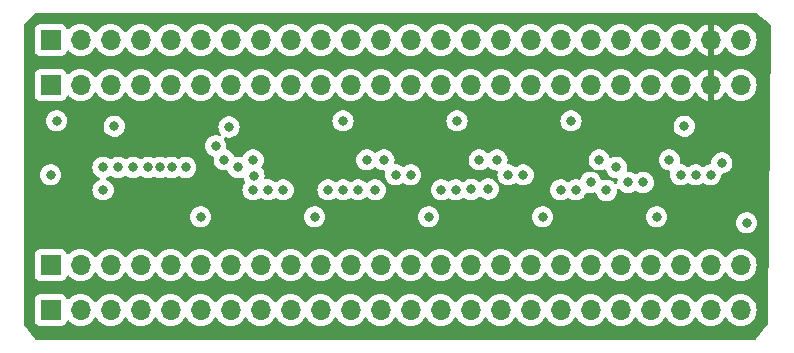
<source format=gbr>
%TF.GenerationSoftware,KiCad,Pcbnew,7.0.2*%
%TF.CreationDate,2023-07-04T13:12:25+09:00*%
%TF.ProjectId,TangNano9K5V,54616e67-4e61-46e6-9f39-4b35562e6b69,rev?*%
%TF.SameCoordinates,Original*%
%TF.FileFunction,Copper,L2,Inr*%
%TF.FilePolarity,Positive*%
%FSLAX46Y46*%
G04 Gerber Fmt 4.6, Leading zero omitted, Abs format (unit mm)*
G04 Created by KiCad (PCBNEW 7.0.2) date 2023-07-04 13:12:25*
%MOMM*%
%LPD*%
G01*
G04 APERTURE LIST*
%TA.AperFunction,ComponentPad*%
%ADD10R,1.700000X1.700000*%
%TD*%
%TA.AperFunction,ComponentPad*%
%ADD11O,1.700000X1.700000*%
%TD*%
%TA.AperFunction,ViaPad*%
%ADD12C,0.800000*%
%TD*%
G04 APERTURE END LIST*
D10*
%TO.N,PIN63*%
%TO.C,J2*%
X2540000Y-2540000D03*
D11*
%TO.N,PIN86*%
X5080000Y-2540000D03*
%TO.N,PIN85*%
X7620000Y-2540000D03*
%TO.N,PIN84*%
X10160000Y-2540000D03*
%TO.N,PIN83*%
X12700000Y-2540000D03*
%TO.N,PIN82*%
X15240000Y-2540000D03*
%TO.N,PIN81*%
X17780000Y-2540000D03*
%TO.N,PIN80*%
X20320000Y-2540000D03*
%TO.N,PIN79*%
X22860000Y-2540000D03*
%TO.N,PIN77*%
X25400000Y-2540000D03*
%TO.N,PIN76*%
X27940000Y-2540000D03*
%TO.N,PIN75*%
X30480000Y-2540000D03*
%TO.N,PIN74*%
X33020000Y-2540000D03*
%TO.N,PIN73*%
X35560000Y-2540000D03*
%TO.N,PIN72*%
X38100000Y-2540000D03*
%TO.N,PIN71*%
X40640000Y-2540000D03*
%TO.N,PIN70*%
X43180000Y-2540000D03*
%TO.N,+5V*%
X45720000Y-2540000D03*
%TO.N,PIN48*%
X48260000Y-2540000D03*
%TO.N,PIN49*%
X50800000Y-2540000D03*
%TO.N,PIN31*%
X53340000Y-2540000D03*
%TO.N,PIN32*%
X55880000Y-2540000D03*
%TO.N,GND*%
X58420000Y-2540000D03*
%TO.N,+3.3V*%
X60960000Y-2540000D03*
%TD*%
D10*
%TO.N,PIN38*%
%TO.C,J1*%
X2540000Y-25400000D03*
D11*
%TO.N,PIN37*%
X5080000Y-25400000D03*
%TO.N,PIN36*%
X7620000Y-25400000D03*
%TO.N,PIN39*%
X10160000Y-25400000D03*
%TO.N,PIN25*%
X12700000Y-25400000D03*
%TO.N,PIN26*%
X15240000Y-25400000D03*
%TO.N,PIN27*%
X17780000Y-25400000D03*
%TO.N,PIN28*%
X20320000Y-25400000D03*
%TO.N,PIN29*%
X22860000Y-25400000D03*
%TO.N,PIN30*%
X25400000Y-25400000D03*
%TO.N,PIN33*%
X27940000Y-25400000D03*
%TO.N,PIN34*%
X30480000Y-25400000D03*
%TO.N,PIN40*%
X33020000Y-25400000D03*
%TO.N,PIN35*%
X35560000Y-25400000D03*
%TO.N,PIN41*%
X38100000Y-25400000D03*
%TO.N,PIN42*%
X40640000Y-25400000D03*
%TO.N,PIN51*%
X43180000Y-25400000D03*
%TO.N,PIN53*%
X45720000Y-25400000D03*
%TO.N,PIN54*%
X48260000Y-25400000D03*
%TO.N,PIN55*%
X50800000Y-25400000D03*
%TO.N,PIN56*%
X53340000Y-25400000D03*
%TO.N,PIN57*%
X55880000Y-25400000D03*
%TO.N,PIN68*%
X58420000Y-25400000D03*
%TO.N,PIN69*%
X60960000Y-25400000D03*
%TD*%
D10*
%TO.N,PIN63_H*%
%TO.C,J4*%
X2540000Y-6350000D03*
D11*
%TO.N,PIN86_H*%
X5080000Y-6350000D03*
%TO.N,PIN85_H*%
X7620000Y-6350000D03*
%TO.N,PIN84_H*%
X10160000Y-6350000D03*
%TO.N,PIN83_H*%
X12700000Y-6350000D03*
%TO.N,PIN82_H*%
X15240000Y-6350000D03*
%TO.N,PIN81_H*%
X17780000Y-6350000D03*
%TO.N,PIN80_H*%
X20320000Y-6350000D03*
%TO.N,PIN79_H*%
X22860000Y-6350000D03*
%TO.N,PIN77_H*%
X25400000Y-6350000D03*
%TO.N,PIN76_H*%
X27940000Y-6350000D03*
%TO.N,PIN75_H*%
X30480000Y-6350000D03*
%TO.N,PIN74_H*%
X33020000Y-6350000D03*
%TO.N,PIN73_H*%
X35560000Y-6350000D03*
%TO.N,PIN72_H*%
X38100000Y-6350000D03*
%TO.N,PIN71_H*%
X40640000Y-6350000D03*
%TO.N,PIN70_H*%
X43180000Y-6350000D03*
%TO.N,+5V*%
X45720000Y-6350000D03*
%TO.N,PIN48_H*%
X48260000Y-6350000D03*
%TO.N,PIN49_H*%
X50800000Y-6350000D03*
%TO.N,PIN31_H*%
X53340000Y-6350000D03*
%TO.N,PIN32_H*%
X55880000Y-6350000D03*
%TO.N,GND*%
X58420000Y-6350000D03*
%TO.N,+3.3V*%
X60960000Y-6350000D03*
%TD*%
D10*
%TO.N,PIN38_H*%
%TO.C,J3*%
X2540000Y-21590000D03*
D11*
%TO.N,PIN37_H*%
X5080000Y-21590000D03*
%TO.N,PIN36_H*%
X7620000Y-21590000D03*
%TO.N,PIN39_H*%
X10160000Y-21590000D03*
%TO.N,PIN25_H*%
X12700000Y-21590000D03*
%TO.N,PIN26_H*%
X15240000Y-21590000D03*
%TO.N,PIN27_H*%
X17780000Y-21590000D03*
%TO.N,PIN28_H*%
X20320000Y-21590000D03*
%TO.N,PIN29_H*%
X22860000Y-21590000D03*
%TO.N,PIN30_H*%
X25400000Y-21590000D03*
%TO.N,PIN33_H*%
X27940000Y-21590000D03*
%TO.N,PIN34_H*%
X30480000Y-21590000D03*
%TO.N,PIN40_H*%
X33020000Y-21590000D03*
%TO.N,PIN35_H*%
X35560000Y-21590000D03*
%TO.N,PIN41_H*%
X38100000Y-21590000D03*
%TO.N,PIN42_H*%
X40640000Y-21590000D03*
%TO.N,PIN51_H*%
X43180000Y-21590000D03*
%TO.N,PIN53_H*%
X45720000Y-21590000D03*
%TO.N,PIN54_H*%
X48260000Y-21590000D03*
%TO.N,PIN55_H*%
X50800000Y-21590000D03*
%TO.N,PIN56_H*%
X53340000Y-21590000D03*
%TO.N,PIN57_H*%
X55880000Y-21590000D03*
%TO.N,PIN68_H*%
X58420000Y-21590000D03*
%TO.N,PIN69_H*%
X60960000Y-21590000D03*
%TD*%
D12*
%TO.N,GND*%
X60630500Y-9144000D03*
%TO.N,+3.3V*%
X61468000Y-18034000D03*
%TO.N,PIN69_H*%
X59360500Y-12954000D03*
%TO.N,PIN68_H*%
X58420000Y-13970000D03*
%TO.N,PIN57_H*%
X57150000Y-13970000D03*
%TO.N,PIN56_H*%
X55880000Y-13970000D03*
%TO.N,PIN55_H*%
X54922500Y-12700000D03*
%TO.N,PIN54_H*%
X52705000Y-14605000D03*
%TO.N,PIN53_H*%
X51435000Y-14605000D03*
%TO.N,PIN51_H*%
X50434000Y-13335000D03*
%TO.N,PIN32*%
X49602283Y-15284283D03*
%TO.N,PIN42_H*%
X48984500Y-12700000D03*
%TO.N,PIN31*%
X48260000Y-14605000D03*
%TO.N,PIN49*%
X46990000Y-15240000D03*
%TO.N,PIN48*%
X45720000Y-15240000D03*
%TO.N,PIN41_H*%
X42545000Y-13970000D03*
%TO.N,PIN35_H*%
X41275000Y-13970000D03*
%TO.N,PIN40_H*%
X40315883Y-12700000D03*
%TO.N,PIN70*%
X39591383Y-15167364D03*
%TO.N,PIN34_H*%
X38824500Y-12700000D03*
%TO.N,PIN71*%
X38141883Y-15204070D03*
%TO.N,PIN72*%
X36830000Y-15240000D03*
%TO.N,PIN73*%
X35618500Y-15240000D03*
%TO.N,PIN33_H*%
X33020000Y-13970000D03*
%TO.N,PIN30_H*%
X31750000Y-13970000D03*
%TO.N,PIN29_H*%
X30748500Y-12700000D03*
%TO.N,PIN74*%
X30024000Y-15240000D03*
%TO.N,PIN28_H*%
X29299500Y-12700000D03*
%TO.N,PIN75*%
X28575000Y-15240000D03*
%TO.N,PIN76*%
X27305000Y-15240000D03*
%TO.N,PIN77*%
X26035000Y-15240000D03*
%TO.N,PIN27_H*%
X22225000Y-15240000D03*
%TO.N,PIN26_H*%
X20955000Y-15240000D03*
%TO.N,PIN25_H*%
X19685000Y-15240000D03*
%TO.N,PIN79*%
X13970000Y-13335000D03*
%TO.N,PIN80*%
X12794006Y-13335000D03*
%TO.N,PIN81*%
X11794503Y-13335000D03*
%TO.N,PIN82*%
X10795000Y-13335000D03*
%TO.N,PIN83*%
X9525000Y-13335000D03*
%TO.N,PIN84*%
X8255000Y-13335000D03*
%TO.N,PIN39_H*%
X19757451Y-14042452D03*
%TO.N,PIN36_H*%
X19685000Y-12700000D03*
%TO.N,PIN37_H*%
X18415000Y-13335000D03*
%TO.N,PIN38_H*%
X17234500Y-12700000D03*
%TO.N,PIN85*%
X6985000Y-13335000D03*
%TO.N,PIN63_H*%
X16510000Y-11517137D03*
%TO.N,PIN86*%
X6985000Y-15240000D03*
%TO.N,+3.3V*%
X3048000Y-9398000D03*
X2540000Y-13970000D03*
X15240000Y-17526000D03*
X24892000Y-17526000D03*
X34544000Y-17526000D03*
X44196000Y-17526000D03*
X53848000Y-17526000D03*
%TO.N,GND*%
X53848000Y-13970000D03*
X44196000Y-13970000D03*
X34544000Y-13970000D03*
X24892000Y-13970000D03*
X15240000Y-13970000D03*
X5588000Y-13970000D03*
%TO.N,+5V*%
X56185655Y-9851362D03*
X46594002Y-9398000D03*
X36942002Y-9398000D03*
X27290002Y-9398000D03*
X17638003Y-9917638D03*
X7925655Y-9851362D03*
%TO.N,GND*%
X1524000Y-9398000D03*
X1524000Y-18542000D03*
%TD*%
%TA.AperFunction,Conductor*%
%TO.N,GND*%
G36*
X62253542Y-273685D02*
G01*
X62263965Y-281172D01*
X63452870Y-1232296D01*
X63492922Y-1289547D01*
X63499396Y-1330330D01*
X63252350Y-26035022D01*
X63246428Y-26627200D01*
X63226074Y-26694039D01*
X63219262Y-26703422D01*
X62267629Y-27892962D01*
X62210378Y-27933014D01*
X62170801Y-27939500D01*
X1329198Y-27939500D01*
X1262159Y-27919815D01*
X1232370Y-27892962D01*
X281172Y-26703964D01*
X254664Y-26639318D01*
X254000Y-26626502D01*
X254000Y-26294578D01*
X1189500Y-26294578D01*
X1189501Y-26297872D01*
X1189853Y-26301152D01*
X1189854Y-26301159D01*
X1195909Y-26357484D01*
X1221056Y-26424907D01*
X1246204Y-26492331D01*
X1332454Y-26607546D01*
X1447669Y-26693796D01*
X1582517Y-26744091D01*
X1642127Y-26750500D01*
X3437872Y-26750499D01*
X3497483Y-26744091D01*
X3632331Y-26693796D01*
X3747546Y-26607546D01*
X3833796Y-26492331D01*
X3882810Y-26360916D01*
X3924681Y-26304983D01*
X3990146Y-26280566D01*
X4058419Y-26295418D01*
X4086673Y-26316569D01*
X4208599Y-26438495D01*
X4402170Y-26574035D01*
X4616337Y-26673903D01*
X4844592Y-26735063D01*
X5080000Y-26755659D01*
X5315408Y-26735063D01*
X5543663Y-26673903D01*
X5757830Y-26574035D01*
X5951401Y-26438495D01*
X6118495Y-26271401D01*
X6248426Y-26085839D01*
X6303002Y-26042216D01*
X6372500Y-26035022D01*
X6434855Y-26066545D01*
X6451571Y-26085837D01*
X6581505Y-26271401D01*
X6748599Y-26438495D01*
X6942170Y-26574035D01*
X7156337Y-26673903D01*
X7384592Y-26735063D01*
X7620000Y-26755659D01*
X7855408Y-26735063D01*
X8083663Y-26673903D01*
X8297830Y-26574035D01*
X8491401Y-26438495D01*
X8658495Y-26271401D01*
X8788426Y-26085839D01*
X8843002Y-26042216D01*
X8912500Y-26035022D01*
X8974855Y-26066545D01*
X8991571Y-26085837D01*
X9121505Y-26271401D01*
X9288599Y-26438495D01*
X9482170Y-26574035D01*
X9696337Y-26673903D01*
X9924592Y-26735063D01*
X10160000Y-26755659D01*
X10395408Y-26735063D01*
X10623663Y-26673903D01*
X10837830Y-26574035D01*
X11031401Y-26438495D01*
X11198495Y-26271401D01*
X11328426Y-26085839D01*
X11383002Y-26042216D01*
X11452500Y-26035022D01*
X11514855Y-26066545D01*
X11531571Y-26085837D01*
X11661505Y-26271401D01*
X11828599Y-26438495D01*
X12022170Y-26574035D01*
X12236337Y-26673903D01*
X12464592Y-26735062D01*
X12464592Y-26735063D01*
X12699999Y-26755659D01*
X12699999Y-26755658D01*
X12700000Y-26755659D01*
X12935408Y-26735063D01*
X13163663Y-26673903D01*
X13377830Y-26574035D01*
X13571401Y-26438495D01*
X13738495Y-26271401D01*
X13868426Y-26085839D01*
X13923002Y-26042216D01*
X13992500Y-26035022D01*
X14054855Y-26066545D01*
X14071571Y-26085837D01*
X14201505Y-26271401D01*
X14368599Y-26438495D01*
X14562170Y-26574035D01*
X14776337Y-26673903D01*
X15004592Y-26735062D01*
X15004592Y-26735063D01*
X15239999Y-26755659D01*
X15239999Y-26755658D01*
X15240000Y-26755659D01*
X15475408Y-26735063D01*
X15703663Y-26673903D01*
X15917830Y-26574035D01*
X16111401Y-26438495D01*
X16278495Y-26271401D01*
X16408426Y-26085839D01*
X16463002Y-26042216D01*
X16532500Y-26035022D01*
X16594855Y-26066545D01*
X16611571Y-26085837D01*
X16741505Y-26271401D01*
X16908599Y-26438495D01*
X17102170Y-26574035D01*
X17316337Y-26673903D01*
X17544592Y-26735062D01*
X17544592Y-26735063D01*
X17779999Y-26755659D01*
X17779999Y-26755658D01*
X17780000Y-26755659D01*
X18015408Y-26735063D01*
X18243663Y-26673903D01*
X18457830Y-26574035D01*
X18651401Y-26438495D01*
X18818495Y-26271401D01*
X18948426Y-26085839D01*
X19003002Y-26042216D01*
X19072500Y-26035022D01*
X19134855Y-26066545D01*
X19151571Y-26085837D01*
X19281505Y-26271401D01*
X19448599Y-26438495D01*
X19642170Y-26574035D01*
X19856337Y-26673903D01*
X20084592Y-26735063D01*
X20320000Y-26755659D01*
X20555408Y-26735063D01*
X20783663Y-26673903D01*
X20997830Y-26574035D01*
X21191401Y-26438495D01*
X21358495Y-26271401D01*
X21488426Y-26085839D01*
X21543002Y-26042216D01*
X21612500Y-26035022D01*
X21674855Y-26066545D01*
X21691571Y-26085837D01*
X21821505Y-26271401D01*
X21988599Y-26438495D01*
X22182170Y-26574035D01*
X22396337Y-26673903D01*
X22624592Y-26735063D01*
X22860000Y-26755659D01*
X23095408Y-26735063D01*
X23323663Y-26673903D01*
X23537830Y-26574035D01*
X23731401Y-26438495D01*
X23898495Y-26271401D01*
X24028426Y-26085839D01*
X24083002Y-26042216D01*
X24152500Y-26035022D01*
X24214855Y-26066545D01*
X24231571Y-26085837D01*
X24361505Y-26271401D01*
X24528599Y-26438495D01*
X24722170Y-26574035D01*
X24936337Y-26673903D01*
X25164592Y-26735063D01*
X25400000Y-26755659D01*
X25635408Y-26735063D01*
X25863663Y-26673903D01*
X26077830Y-26574035D01*
X26271401Y-26438495D01*
X26438495Y-26271401D01*
X26568426Y-26085839D01*
X26623002Y-26042217D01*
X26692501Y-26035024D01*
X26754855Y-26066546D01*
X26771571Y-26085837D01*
X26901505Y-26271401D01*
X27068599Y-26438495D01*
X27262170Y-26574035D01*
X27476337Y-26673903D01*
X27704592Y-26735063D01*
X27940000Y-26755659D01*
X28175408Y-26735063D01*
X28403663Y-26673903D01*
X28617830Y-26574035D01*
X28811401Y-26438495D01*
X28978495Y-26271401D01*
X29108426Y-26085839D01*
X29163002Y-26042217D01*
X29232501Y-26035024D01*
X29294855Y-26066546D01*
X29311571Y-26085837D01*
X29441505Y-26271401D01*
X29608599Y-26438495D01*
X29802170Y-26574035D01*
X30016337Y-26673903D01*
X30244592Y-26735063D01*
X30480000Y-26755659D01*
X30715408Y-26735063D01*
X30943663Y-26673903D01*
X31157830Y-26574035D01*
X31351401Y-26438495D01*
X31518495Y-26271401D01*
X31648426Y-26085839D01*
X31703002Y-26042217D01*
X31772501Y-26035024D01*
X31834855Y-26066546D01*
X31851571Y-26085837D01*
X31981505Y-26271401D01*
X32148599Y-26438495D01*
X32342170Y-26574035D01*
X32556337Y-26673903D01*
X32784591Y-26735063D01*
X32784592Y-26735063D01*
X33019999Y-26755659D01*
X33019999Y-26755658D01*
X33020000Y-26755659D01*
X33255408Y-26735063D01*
X33483663Y-26673903D01*
X33697830Y-26574035D01*
X33891401Y-26438495D01*
X34058495Y-26271401D01*
X34188426Y-26085839D01*
X34243002Y-26042216D01*
X34312500Y-26035022D01*
X34374855Y-26066545D01*
X34391571Y-26085837D01*
X34521505Y-26271401D01*
X34688599Y-26438495D01*
X34882170Y-26574035D01*
X35096337Y-26673903D01*
X35324591Y-26735063D01*
X35324592Y-26735063D01*
X35559999Y-26755659D01*
X35559999Y-26755658D01*
X35560000Y-26755659D01*
X35795408Y-26735063D01*
X36023663Y-26673903D01*
X36237830Y-26574035D01*
X36431401Y-26438495D01*
X36598495Y-26271401D01*
X36728426Y-26085839D01*
X36783002Y-26042216D01*
X36852500Y-26035022D01*
X36914855Y-26066545D01*
X36931571Y-26085837D01*
X37061505Y-26271401D01*
X37228599Y-26438495D01*
X37422170Y-26574035D01*
X37636337Y-26673903D01*
X37864592Y-26735063D01*
X38099999Y-26755659D01*
X38099999Y-26755658D01*
X38100000Y-26755659D01*
X38335408Y-26735063D01*
X38563663Y-26673903D01*
X38777830Y-26574035D01*
X38971401Y-26438495D01*
X39138495Y-26271401D01*
X39268426Y-26085839D01*
X39323002Y-26042216D01*
X39392500Y-26035022D01*
X39454855Y-26066545D01*
X39471571Y-26085837D01*
X39601505Y-26271401D01*
X39768599Y-26438495D01*
X39962170Y-26574035D01*
X40176337Y-26673903D01*
X40404592Y-26735063D01*
X40640000Y-26755659D01*
X40875408Y-26735063D01*
X41103663Y-26673903D01*
X41317830Y-26574035D01*
X41511401Y-26438495D01*
X41678495Y-26271401D01*
X41808426Y-26085839D01*
X41863002Y-26042216D01*
X41932500Y-26035022D01*
X41994855Y-26066545D01*
X42011571Y-26085837D01*
X42141505Y-26271401D01*
X42308599Y-26438495D01*
X42502170Y-26574035D01*
X42716337Y-26673903D01*
X42944592Y-26735063D01*
X43180000Y-26755659D01*
X43415408Y-26735063D01*
X43643663Y-26673903D01*
X43857830Y-26574035D01*
X44051401Y-26438495D01*
X44218495Y-26271401D01*
X44348426Y-26085839D01*
X44403002Y-26042216D01*
X44472500Y-26035022D01*
X44534855Y-26066545D01*
X44551571Y-26085837D01*
X44681505Y-26271401D01*
X44848599Y-26438495D01*
X45042170Y-26574035D01*
X45256337Y-26673903D01*
X45484592Y-26735063D01*
X45720000Y-26755659D01*
X45955408Y-26735063D01*
X46183663Y-26673903D01*
X46397830Y-26574035D01*
X46591401Y-26438495D01*
X46758495Y-26271401D01*
X46888426Y-26085839D01*
X46943002Y-26042216D01*
X47012500Y-26035022D01*
X47074855Y-26066545D01*
X47091571Y-26085837D01*
X47221505Y-26271401D01*
X47388599Y-26438495D01*
X47582170Y-26574035D01*
X47796337Y-26673903D01*
X48024592Y-26735063D01*
X48260000Y-26755659D01*
X48495408Y-26735063D01*
X48723663Y-26673903D01*
X48937830Y-26574035D01*
X49131401Y-26438495D01*
X49298495Y-26271401D01*
X49428426Y-26085839D01*
X49483002Y-26042216D01*
X49552500Y-26035022D01*
X49614855Y-26066545D01*
X49631571Y-26085837D01*
X49761505Y-26271401D01*
X49928599Y-26438495D01*
X50122170Y-26574035D01*
X50336337Y-26673903D01*
X50564592Y-26735063D01*
X50800000Y-26755659D01*
X51035408Y-26735063D01*
X51263663Y-26673903D01*
X51477830Y-26574035D01*
X51671401Y-26438495D01*
X51838495Y-26271401D01*
X51968426Y-26085839D01*
X52023002Y-26042216D01*
X52092500Y-26035022D01*
X52154855Y-26066545D01*
X52171571Y-26085837D01*
X52301505Y-26271401D01*
X52468599Y-26438495D01*
X52662170Y-26574035D01*
X52876337Y-26673903D01*
X53104591Y-26735063D01*
X53104592Y-26735063D01*
X53339999Y-26755659D01*
X53339999Y-26755658D01*
X53340000Y-26755659D01*
X53575408Y-26735063D01*
X53803663Y-26673903D01*
X54017830Y-26574035D01*
X54211401Y-26438495D01*
X54378495Y-26271401D01*
X54508426Y-26085839D01*
X54563002Y-26042216D01*
X54632500Y-26035022D01*
X54694855Y-26066545D01*
X54711571Y-26085837D01*
X54841505Y-26271401D01*
X55008599Y-26438495D01*
X55202170Y-26574035D01*
X55416337Y-26673903D01*
X55644591Y-26735063D01*
X55644592Y-26735063D01*
X55879999Y-26755659D01*
X55879999Y-26755658D01*
X55880000Y-26755659D01*
X56115408Y-26735063D01*
X56343663Y-26673903D01*
X56557830Y-26574035D01*
X56751401Y-26438495D01*
X56918495Y-26271401D01*
X57048426Y-26085839D01*
X57103002Y-26042216D01*
X57172500Y-26035022D01*
X57234855Y-26066545D01*
X57251571Y-26085837D01*
X57381505Y-26271401D01*
X57548599Y-26438495D01*
X57742170Y-26574035D01*
X57956337Y-26673903D01*
X58184592Y-26735063D01*
X58419999Y-26755659D01*
X58419999Y-26755658D01*
X58420000Y-26755659D01*
X58655408Y-26735063D01*
X58883663Y-26673903D01*
X59097830Y-26574035D01*
X59291401Y-26438495D01*
X59458495Y-26271401D01*
X59588426Y-26085839D01*
X59643002Y-26042216D01*
X59712500Y-26035022D01*
X59774855Y-26066545D01*
X59791571Y-26085837D01*
X59921505Y-26271401D01*
X60088599Y-26438495D01*
X60282170Y-26574035D01*
X60496337Y-26673903D01*
X60724592Y-26735063D01*
X60960000Y-26755659D01*
X61195408Y-26735063D01*
X61423663Y-26673903D01*
X61637830Y-26574035D01*
X61831401Y-26438495D01*
X61998495Y-26271401D01*
X62134035Y-26077830D01*
X62233903Y-25863663D01*
X62295063Y-25635408D01*
X62315659Y-25400000D01*
X62295063Y-25164592D01*
X62233903Y-24936337D01*
X62134035Y-24722171D01*
X61998495Y-24528599D01*
X61831401Y-24361505D01*
X61637830Y-24225965D01*
X61423663Y-24126097D01*
X61362502Y-24109709D01*
X61195407Y-24064936D01*
X60960000Y-24044340D01*
X60724592Y-24064936D01*
X60496336Y-24126097D01*
X60282170Y-24225965D01*
X60088598Y-24361505D01*
X59921505Y-24528598D01*
X59791575Y-24714159D01*
X59736998Y-24757784D01*
X59667500Y-24764978D01*
X59605145Y-24733455D01*
X59588425Y-24714159D01*
X59458494Y-24528598D01*
X59291404Y-24361508D01*
X59291404Y-24361507D01*
X59291401Y-24361505D01*
X59097830Y-24225965D01*
X58883663Y-24126097D01*
X58822502Y-24109709D01*
X58655407Y-24064936D01*
X58420000Y-24044340D01*
X58184592Y-24064936D01*
X57956336Y-24126097D01*
X57742170Y-24225965D01*
X57548598Y-24361505D01*
X57381505Y-24528598D01*
X57251575Y-24714159D01*
X57196998Y-24757784D01*
X57127500Y-24764978D01*
X57065145Y-24733455D01*
X57048425Y-24714159D01*
X56918494Y-24528598D01*
X56751404Y-24361508D01*
X56751403Y-24361507D01*
X56751401Y-24361505D01*
X56557830Y-24225965D01*
X56343663Y-24126097D01*
X56282502Y-24109709D01*
X56115407Y-24064936D01*
X55880000Y-24044340D01*
X55644592Y-24064936D01*
X55416336Y-24126097D01*
X55202170Y-24225965D01*
X55008598Y-24361505D01*
X54841505Y-24528598D01*
X54711575Y-24714159D01*
X54656998Y-24757784D01*
X54587500Y-24764978D01*
X54525145Y-24733455D01*
X54508425Y-24714159D01*
X54378494Y-24528598D01*
X54211404Y-24361508D01*
X54211404Y-24361507D01*
X54211401Y-24361505D01*
X54017830Y-24225965D01*
X53803663Y-24126097D01*
X53742502Y-24109709D01*
X53575407Y-24064936D01*
X53340000Y-24044340D01*
X53104592Y-24064936D01*
X52876336Y-24126097D01*
X52662170Y-24225965D01*
X52468598Y-24361505D01*
X52301505Y-24528598D01*
X52171575Y-24714159D01*
X52116998Y-24757784D01*
X52047500Y-24764978D01*
X51985145Y-24733455D01*
X51968425Y-24714159D01*
X51838494Y-24528598D01*
X51671404Y-24361508D01*
X51671403Y-24361507D01*
X51671401Y-24361505D01*
X51477830Y-24225965D01*
X51263663Y-24126097D01*
X51202502Y-24109709D01*
X51035407Y-24064936D01*
X50800000Y-24044340D01*
X50564592Y-24064936D01*
X50336336Y-24126097D01*
X50122170Y-24225965D01*
X49928598Y-24361505D01*
X49761508Y-24528595D01*
X49631574Y-24714160D01*
X49576997Y-24757785D01*
X49507498Y-24764977D01*
X49445144Y-24733455D01*
X49428429Y-24714164D01*
X49298495Y-24528599D01*
X49131401Y-24361505D01*
X48937830Y-24225965D01*
X48723663Y-24126097D01*
X48662502Y-24109709D01*
X48495407Y-24064936D01*
X48259999Y-24044340D01*
X48024592Y-24064936D01*
X47796336Y-24126097D01*
X47582170Y-24225965D01*
X47388598Y-24361505D01*
X47221505Y-24528598D01*
X47091575Y-24714159D01*
X47036998Y-24757784D01*
X46967500Y-24764978D01*
X46905145Y-24733455D01*
X46888425Y-24714159D01*
X46758494Y-24528598D01*
X46591404Y-24361508D01*
X46591403Y-24361508D01*
X46591401Y-24361505D01*
X46397830Y-24225965D01*
X46183663Y-24126097D01*
X46122502Y-24109709D01*
X45955407Y-24064936D01*
X45719999Y-24044340D01*
X45484592Y-24064936D01*
X45256336Y-24126097D01*
X45042170Y-24225965D01*
X44848598Y-24361505D01*
X44681505Y-24528598D01*
X44551575Y-24714159D01*
X44496998Y-24757784D01*
X44427500Y-24764978D01*
X44365145Y-24733455D01*
X44348425Y-24714159D01*
X44218494Y-24528598D01*
X44051404Y-24361508D01*
X44051401Y-24361505D01*
X43857830Y-24225965D01*
X43643663Y-24126097D01*
X43582501Y-24109709D01*
X43415407Y-24064936D01*
X43179999Y-24044340D01*
X42944592Y-24064936D01*
X42716336Y-24126097D01*
X42502170Y-24225965D01*
X42308598Y-24361505D01*
X42141505Y-24528598D01*
X42011575Y-24714159D01*
X41956998Y-24757784D01*
X41887500Y-24764978D01*
X41825145Y-24733455D01*
X41808425Y-24714159D01*
X41678494Y-24528598D01*
X41511404Y-24361508D01*
X41511401Y-24361505D01*
X41317830Y-24225965D01*
X41103663Y-24126097D01*
X41042502Y-24109709D01*
X40875407Y-24064936D01*
X40640000Y-24044340D01*
X40404592Y-24064936D01*
X40176336Y-24126097D01*
X39962170Y-24225965D01*
X39768598Y-24361505D01*
X39601505Y-24528598D01*
X39471575Y-24714159D01*
X39416998Y-24757784D01*
X39347500Y-24764978D01*
X39285145Y-24733455D01*
X39268425Y-24714159D01*
X39138494Y-24528598D01*
X38971404Y-24361508D01*
X38971401Y-24361505D01*
X38777830Y-24225965D01*
X38563663Y-24126097D01*
X38502502Y-24109709D01*
X38335407Y-24064936D01*
X38100000Y-24044340D01*
X37864592Y-24064936D01*
X37636336Y-24126097D01*
X37422170Y-24225965D01*
X37228598Y-24361505D01*
X37061505Y-24528598D01*
X36931575Y-24714159D01*
X36876998Y-24757784D01*
X36807500Y-24764978D01*
X36745145Y-24733455D01*
X36728425Y-24714159D01*
X36598494Y-24528598D01*
X36431404Y-24361508D01*
X36431401Y-24361505D01*
X36237830Y-24225965D01*
X36023663Y-24126097D01*
X35962502Y-24109709D01*
X35795407Y-24064936D01*
X35560000Y-24044340D01*
X35324592Y-24064936D01*
X35096336Y-24126097D01*
X34882170Y-24225965D01*
X34688598Y-24361505D01*
X34521505Y-24528598D01*
X34391575Y-24714159D01*
X34336998Y-24757784D01*
X34267500Y-24764978D01*
X34205145Y-24733455D01*
X34188425Y-24714159D01*
X34058494Y-24528598D01*
X33891404Y-24361508D01*
X33891401Y-24361505D01*
X33697830Y-24225965D01*
X33483663Y-24126097D01*
X33422501Y-24109709D01*
X33255407Y-24064936D01*
X33020000Y-24044340D01*
X32784592Y-24064936D01*
X32556336Y-24126097D01*
X32342170Y-24225965D01*
X32148598Y-24361505D01*
X31981505Y-24528598D01*
X31851575Y-24714159D01*
X31796998Y-24757784D01*
X31727500Y-24764978D01*
X31665145Y-24733455D01*
X31648425Y-24714159D01*
X31518494Y-24528598D01*
X31351404Y-24361508D01*
X31351401Y-24361505D01*
X31157830Y-24225965D01*
X30943663Y-24126097D01*
X30882502Y-24109709D01*
X30715407Y-24064936D01*
X30480000Y-24044340D01*
X30244592Y-24064936D01*
X30016336Y-24126097D01*
X29802170Y-24225965D01*
X29608598Y-24361505D01*
X29441505Y-24528598D01*
X29311575Y-24714159D01*
X29256998Y-24757784D01*
X29187500Y-24764978D01*
X29125145Y-24733455D01*
X29108425Y-24714159D01*
X28978494Y-24528598D01*
X28811404Y-24361508D01*
X28811401Y-24361505D01*
X28617830Y-24225965D01*
X28403663Y-24126097D01*
X28342502Y-24109709D01*
X28175407Y-24064936D01*
X27939999Y-24044340D01*
X27704592Y-24064936D01*
X27476336Y-24126097D01*
X27262170Y-24225965D01*
X27068598Y-24361505D01*
X26901505Y-24528598D01*
X26771575Y-24714159D01*
X26716998Y-24757784D01*
X26647500Y-24764978D01*
X26585145Y-24733455D01*
X26568425Y-24714159D01*
X26438494Y-24528598D01*
X26271404Y-24361508D01*
X26271401Y-24361505D01*
X26077830Y-24225965D01*
X25863663Y-24126097D01*
X25802502Y-24109709D01*
X25635407Y-24064936D01*
X25399999Y-24044340D01*
X25164592Y-24064936D01*
X24936336Y-24126097D01*
X24722170Y-24225965D01*
X24528598Y-24361505D01*
X24361508Y-24528595D01*
X24231574Y-24714160D01*
X24176997Y-24757785D01*
X24107498Y-24764977D01*
X24045144Y-24733455D01*
X24028429Y-24714164D01*
X23898495Y-24528599D01*
X23731401Y-24361505D01*
X23537830Y-24225965D01*
X23323663Y-24126097D01*
X23262501Y-24109709D01*
X23095407Y-24064936D01*
X22859999Y-24044340D01*
X22624592Y-24064936D01*
X22396336Y-24126097D01*
X22182170Y-24225965D01*
X21988598Y-24361505D01*
X21821505Y-24528598D01*
X21691575Y-24714159D01*
X21636998Y-24757784D01*
X21567500Y-24764978D01*
X21505145Y-24733455D01*
X21488425Y-24714159D01*
X21358494Y-24528598D01*
X21191404Y-24361508D01*
X21191404Y-24361507D01*
X21191401Y-24361505D01*
X20997830Y-24225965D01*
X20783663Y-24126097D01*
X20722502Y-24109709D01*
X20555407Y-24064936D01*
X20320000Y-24044340D01*
X20084592Y-24064936D01*
X19856336Y-24126097D01*
X19642170Y-24225965D01*
X19448598Y-24361505D01*
X19281505Y-24528598D01*
X19151575Y-24714159D01*
X19096998Y-24757784D01*
X19027500Y-24764978D01*
X18965145Y-24733455D01*
X18948425Y-24714159D01*
X18818494Y-24528598D01*
X18651404Y-24361508D01*
X18651404Y-24361507D01*
X18651401Y-24361505D01*
X18457830Y-24225965D01*
X18243663Y-24126097D01*
X18182502Y-24109709D01*
X18015407Y-24064936D01*
X17780000Y-24044340D01*
X17544592Y-24064936D01*
X17316336Y-24126097D01*
X17102170Y-24225965D01*
X16908598Y-24361505D01*
X16741505Y-24528598D01*
X16611575Y-24714159D01*
X16556998Y-24757784D01*
X16487500Y-24764978D01*
X16425145Y-24733455D01*
X16408425Y-24714159D01*
X16278494Y-24528598D01*
X16111404Y-24361508D01*
X16111404Y-24361507D01*
X16111401Y-24361505D01*
X15917830Y-24225965D01*
X15703663Y-24126097D01*
X15642502Y-24109709D01*
X15475407Y-24064936D01*
X15240000Y-24044340D01*
X15004592Y-24064936D01*
X14776336Y-24126097D01*
X14562170Y-24225965D01*
X14368598Y-24361505D01*
X14201505Y-24528598D01*
X14071575Y-24714159D01*
X14016998Y-24757784D01*
X13947500Y-24764978D01*
X13885145Y-24733455D01*
X13868425Y-24714159D01*
X13738494Y-24528598D01*
X13571404Y-24361508D01*
X13571404Y-24361507D01*
X13571401Y-24361505D01*
X13377830Y-24225965D01*
X13163663Y-24126097D01*
X13102501Y-24109709D01*
X12935407Y-24064936D01*
X12700000Y-24044340D01*
X12464592Y-24064936D01*
X12236336Y-24126097D01*
X12022170Y-24225965D01*
X11828598Y-24361505D01*
X11661505Y-24528598D01*
X11531575Y-24714159D01*
X11476998Y-24757784D01*
X11407500Y-24764978D01*
X11345145Y-24733455D01*
X11328425Y-24714159D01*
X11198494Y-24528598D01*
X11031404Y-24361508D01*
X11031404Y-24361507D01*
X11031401Y-24361505D01*
X10837830Y-24225965D01*
X10623663Y-24126097D01*
X10562502Y-24109709D01*
X10395407Y-24064936D01*
X10160000Y-24044340D01*
X9924592Y-24064936D01*
X9696336Y-24126097D01*
X9482170Y-24225965D01*
X9288598Y-24361505D01*
X9121505Y-24528598D01*
X8991575Y-24714159D01*
X8936998Y-24757784D01*
X8867500Y-24764978D01*
X8805145Y-24733455D01*
X8788425Y-24714159D01*
X8658494Y-24528598D01*
X8491404Y-24361508D01*
X8491404Y-24361507D01*
X8491401Y-24361505D01*
X8297830Y-24225965D01*
X8083663Y-24126097D01*
X8022502Y-24109709D01*
X7855407Y-24064936D01*
X7619999Y-24044340D01*
X7384592Y-24064936D01*
X7156336Y-24126097D01*
X6942170Y-24225965D01*
X6748598Y-24361505D01*
X6581508Y-24528595D01*
X6451574Y-24714160D01*
X6396997Y-24757785D01*
X6327498Y-24764977D01*
X6265144Y-24733455D01*
X6248429Y-24714164D01*
X6118495Y-24528599D01*
X5951401Y-24361505D01*
X5757830Y-24225965D01*
X5543663Y-24126097D01*
X5482502Y-24109709D01*
X5315407Y-24064936D01*
X5079999Y-24044340D01*
X4844592Y-24064936D01*
X4616336Y-24126097D01*
X4402170Y-24225965D01*
X4208601Y-24361503D01*
X4086673Y-24483431D01*
X4025350Y-24516915D01*
X3955658Y-24511931D01*
X3899725Y-24470059D01*
X3882810Y-24439082D01*
X3875658Y-24419907D01*
X3833796Y-24307669D01*
X3747546Y-24192454D01*
X3632331Y-24106204D01*
X3497483Y-24055909D01*
X3437873Y-24049500D01*
X3434550Y-24049500D01*
X1645439Y-24049500D01*
X1645420Y-24049500D01*
X1642128Y-24049501D01*
X1638848Y-24049853D01*
X1638840Y-24049854D01*
X1582515Y-24055909D01*
X1447669Y-24106204D01*
X1332454Y-24192454D01*
X1246204Y-24307668D01*
X1246203Y-24307669D01*
X1246204Y-24307669D01*
X1195909Y-24442517D01*
X1189500Y-24502127D01*
X1189500Y-24505448D01*
X1189500Y-24505449D01*
X1189500Y-26294560D01*
X1189500Y-26294578D01*
X254000Y-26294578D01*
X254000Y-22484578D01*
X1189500Y-22484578D01*
X1189501Y-22487872D01*
X1189853Y-22491152D01*
X1189854Y-22491159D01*
X1195909Y-22547484D01*
X1221056Y-22614907D01*
X1246204Y-22682331D01*
X1332454Y-22797546D01*
X1447669Y-22883796D01*
X1582517Y-22934091D01*
X1642127Y-22940500D01*
X3437872Y-22940499D01*
X3497483Y-22934091D01*
X3632331Y-22883796D01*
X3747546Y-22797546D01*
X3833796Y-22682331D01*
X3882810Y-22550916D01*
X3924681Y-22494983D01*
X3990146Y-22470566D01*
X4058419Y-22485418D01*
X4086673Y-22506569D01*
X4208599Y-22628495D01*
X4402170Y-22764035D01*
X4616337Y-22863903D01*
X4844592Y-22925063D01*
X5080000Y-22945659D01*
X5315408Y-22925063D01*
X5543663Y-22863903D01*
X5757830Y-22764035D01*
X5951401Y-22628495D01*
X6118495Y-22461401D01*
X6248427Y-22275838D01*
X6303001Y-22232216D01*
X6372499Y-22225022D01*
X6434854Y-22256545D01*
X6451572Y-22275838D01*
X6581505Y-22461401D01*
X6748599Y-22628495D01*
X6942170Y-22764035D01*
X7156337Y-22863903D01*
X7384592Y-22925062D01*
X7384592Y-22925063D01*
X7619999Y-22945659D01*
X7619999Y-22945658D01*
X7620000Y-22945659D01*
X7855408Y-22925063D01*
X8083663Y-22863903D01*
X8297830Y-22764035D01*
X8491401Y-22628495D01*
X8658495Y-22461401D01*
X8788427Y-22275838D01*
X8843001Y-22232216D01*
X8912499Y-22225022D01*
X8974854Y-22256545D01*
X8991572Y-22275838D01*
X9121505Y-22461401D01*
X9288599Y-22628495D01*
X9482170Y-22764035D01*
X9696337Y-22863903D01*
X9924592Y-22925063D01*
X10160000Y-22945659D01*
X10395408Y-22925063D01*
X10623663Y-22863903D01*
X10837830Y-22764035D01*
X11031401Y-22628495D01*
X11198495Y-22461401D01*
X11328426Y-22275839D01*
X11383002Y-22232216D01*
X11452500Y-22225022D01*
X11514855Y-22256545D01*
X11531571Y-22275837D01*
X11661505Y-22461401D01*
X11828599Y-22628495D01*
X12022170Y-22764035D01*
X12236337Y-22863903D01*
X12464592Y-22925063D01*
X12700000Y-22945659D01*
X12935408Y-22925063D01*
X13163663Y-22863903D01*
X13377830Y-22764035D01*
X13571401Y-22628495D01*
X13738495Y-22461401D01*
X13868426Y-22275839D01*
X13923002Y-22232216D01*
X13992500Y-22225022D01*
X14054855Y-22256545D01*
X14071571Y-22275837D01*
X14201505Y-22461401D01*
X14368599Y-22628495D01*
X14562170Y-22764035D01*
X14776337Y-22863903D01*
X15004592Y-22925063D01*
X15239999Y-22945659D01*
X15239999Y-22945658D01*
X15240000Y-22945659D01*
X15475408Y-22925063D01*
X15703663Y-22863903D01*
X15917830Y-22764035D01*
X16111401Y-22628495D01*
X16278495Y-22461401D01*
X16408426Y-22275839D01*
X16463002Y-22232216D01*
X16532500Y-22225022D01*
X16594855Y-22256545D01*
X16611571Y-22275837D01*
X16741505Y-22461401D01*
X16908599Y-22628495D01*
X17102170Y-22764035D01*
X17316337Y-22863903D01*
X17544592Y-22925063D01*
X17779999Y-22945659D01*
X17779999Y-22945658D01*
X17780000Y-22945659D01*
X18015408Y-22925063D01*
X18243663Y-22863903D01*
X18457830Y-22764035D01*
X18651401Y-22628495D01*
X18818495Y-22461401D01*
X18948426Y-22275839D01*
X19003002Y-22232216D01*
X19072500Y-22225022D01*
X19134855Y-22256545D01*
X19151571Y-22275837D01*
X19281505Y-22461401D01*
X19448599Y-22628495D01*
X19642170Y-22764035D01*
X19856337Y-22863903D01*
X20084592Y-22925063D01*
X20320000Y-22945659D01*
X20555408Y-22925063D01*
X20783663Y-22863903D01*
X20997830Y-22764035D01*
X21191401Y-22628495D01*
X21358495Y-22461401D01*
X21488426Y-22275839D01*
X21543002Y-22232216D01*
X21612500Y-22225022D01*
X21674855Y-22256545D01*
X21691571Y-22275837D01*
X21821505Y-22461401D01*
X21988599Y-22628495D01*
X22182170Y-22764035D01*
X22396337Y-22863903D01*
X22624592Y-22925063D01*
X22860000Y-22945659D01*
X23095408Y-22925063D01*
X23323663Y-22863903D01*
X23537830Y-22764035D01*
X23731401Y-22628495D01*
X23898495Y-22461401D01*
X24028426Y-22275839D01*
X24083002Y-22232217D01*
X24152501Y-22225024D01*
X24214855Y-22256546D01*
X24231571Y-22275837D01*
X24361505Y-22461401D01*
X24528599Y-22628495D01*
X24722170Y-22764035D01*
X24936337Y-22863903D01*
X25164592Y-22925063D01*
X25400000Y-22945659D01*
X25635408Y-22925063D01*
X25863663Y-22863903D01*
X26077830Y-22764035D01*
X26271401Y-22628495D01*
X26438495Y-22461401D01*
X26568426Y-22275839D01*
X26623002Y-22232217D01*
X26692501Y-22225024D01*
X26754855Y-22256546D01*
X26771571Y-22275837D01*
X26901505Y-22461401D01*
X27068599Y-22628495D01*
X27262170Y-22764035D01*
X27476337Y-22863903D01*
X27704592Y-22925063D01*
X27939999Y-22945659D01*
X27939999Y-22945658D01*
X27940000Y-22945659D01*
X28175408Y-22925063D01*
X28403663Y-22863903D01*
X28617830Y-22764035D01*
X28811401Y-22628495D01*
X28978495Y-22461401D01*
X29108426Y-22275839D01*
X29163002Y-22232217D01*
X29232501Y-22225024D01*
X29294855Y-22256546D01*
X29311571Y-22275837D01*
X29441505Y-22461401D01*
X29608599Y-22628495D01*
X29802170Y-22764035D01*
X30016337Y-22863903D01*
X30244592Y-22925063D01*
X30480000Y-22945659D01*
X30715408Y-22925063D01*
X30943663Y-22863903D01*
X31157830Y-22764035D01*
X31351401Y-22628495D01*
X31518495Y-22461401D01*
X31648426Y-22275839D01*
X31703002Y-22232217D01*
X31772501Y-22225024D01*
X31834855Y-22256546D01*
X31851571Y-22275837D01*
X31981505Y-22461401D01*
X32148599Y-22628495D01*
X32342170Y-22764035D01*
X32556337Y-22863903D01*
X32784592Y-22925063D01*
X33020000Y-22945659D01*
X33255408Y-22925063D01*
X33483663Y-22863903D01*
X33697830Y-22764035D01*
X33891401Y-22628495D01*
X34058495Y-22461401D01*
X34188426Y-22275839D01*
X34243002Y-22232216D01*
X34312500Y-22225022D01*
X34374855Y-22256545D01*
X34391571Y-22275837D01*
X34521505Y-22461401D01*
X34688599Y-22628495D01*
X34882170Y-22764035D01*
X35096337Y-22863903D01*
X35324592Y-22925063D01*
X35559999Y-22945659D01*
X35559999Y-22945658D01*
X35560000Y-22945659D01*
X35795408Y-22925063D01*
X36023663Y-22863903D01*
X36237830Y-22764035D01*
X36431401Y-22628495D01*
X36598495Y-22461401D01*
X36728426Y-22275839D01*
X36783002Y-22232216D01*
X36852500Y-22225022D01*
X36914855Y-22256545D01*
X36931571Y-22275837D01*
X37061505Y-22461401D01*
X37228599Y-22628495D01*
X37422170Y-22764035D01*
X37636337Y-22863903D01*
X37864592Y-22925063D01*
X38099999Y-22945659D01*
X38099999Y-22945658D01*
X38100000Y-22945659D01*
X38335408Y-22925063D01*
X38563663Y-22863903D01*
X38777830Y-22764035D01*
X38971401Y-22628495D01*
X39138495Y-22461401D01*
X39268426Y-22275839D01*
X39323002Y-22232216D01*
X39392500Y-22225022D01*
X39454855Y-22256545D01*
X39471571Y-22275837D01*
X39601505Y-22461401D01*
X39768599Y-22628495D01*
X39962170Y-22764035D01*
X40176337Y-22863903D01*
X40404592Y-22925063D01*
X40640000Y-22945659D01*
X40875408Y-22925063D01*
X41103663Y-22863903D01*
X41317830Y-22764035D01*
X41511401Y-22628495D01*
X41678495Y-22461401D01*
X41808426Y-22275839D01*
X41863002Y-22232216D01*
X41932500Y-22225022D01*
X41994855Y-22256545D01*
X42011571Y-22275837D01*
X42141505Y-22461401D01*
X42308599Y-22628495D01*
X42502170Y-22764035D01*
X42716337Y-22863903D01*
X42944592Y-22925063D01*
X43180000Y-22945659D01*
X43415408Y-22925063D01*
X43643663Y-22863903D01*
X43857830Y-22764035D01*
X44051401Y-22628495D01*
X44218495Y-22461401D01*
X44348426Y-22275839D01*
X44403002Y-22232216D01*
X44472500Y-22225022D01*
X44534855Y-22256545D01*
X44551571Y-22275837D01*
X44681505Y-22461401D01*
X44848599Y-22628495D01*
X45042170Y-22764035D01*
X45256337Y-22863903D01*
X45484592Y-22925063D01*
X45720000Y-22945659D01*
X45955408Y-22925063D01*
X46183663Y-22863903D01*
X46397830Y-22764035D01*
X46591401Y-22628495D01*
X46758495Y-22461401D01*
X46888426Y-22275839D01*
X46943002Y-22232216D01*
X47012500Y-22225022D01*
X47074855Y-22256545D01*
X47091571Y-22275837D01*
X47221505Y-22461401D01*
X47388599Y-22628495D01*
X47582170Y-22764035D01*
X47796337Y-22863903D01*
X48024592Y-22925063D01*
X48259999Y-22945659D01*
X48259999Y-22945658D01*
X48260000Y-22945659D01*
X48495408Y-22925063D01*
X48723663Y-22863903D01*
X48937830Y-22764035D01*
X49131401Y-22628495D01*
X49298495Y-22461401D01*
X49428426Y-22275839D01*
X49483002Y-22232216D01*
X49552500Y-22225022D01*
X49614855Y-22256545D01*
X49631571Y-22275837D01*
X49761505Y-22461401D01*
X49928599Y-22628495D01*
X50122170Y-22764035D01*
X50336337Y-22863903D01*
X50564592Y-22925063D01*
X50800000Y-22945659D01*
X51035408Y-22925063D01*
X51263663Y-22863903D01*
X51477830Y-22764035D01*
X51671401Y-22628495D01*
X51838495Y-22461401D01*
X51968426Y-22275839D01*
X52023002Y-22232216D01*
X52092500Y-22225022D01*
X52154855Y-22256545D01*
X52171571Y-22275837D01*
X52301505Y-22461401D01*
X52468599Y-22628495D01*
X52662170Y-22764035D01*
X52876337Y-22863903D01*
X53104592Y-22925063D01*
X53340000Y-22945659D01*
X53575408Y-22925063D01*
X53803663Y-22863903D01*
X54017830Y-22764035D01*
X54211401Y-22628495D01*
X54378495Y-22461401D01*
X54508426Y-22275839D01*
X54563002Y-22232216D01*
X54632500Y-22225022D01*
X54694855Y-22256545D01*
X54711571Y-22275837D01*
X54841505Y-22461401D01*
X55008599Y-22628495D01*
X55202170Y-22764035D01*
X55416337Y-22863903D01*
X55644591Y-22925063D01*
X55644592Y-22925063D01*
X55879999Y-22945659D01*
X55879999Y-22945658D01*
X55880000Y-22945659D01*
X56115408Y-22925063D01*
X56343663Y-22863903D01*
X56557830Y-22764035D01*
X56751401Y-22628495D01*
X56918495Y-22461401D01*
X57048426Y-22275839D01*
X57103002Y-22232216D01*
X57172500Y-22225022D01*
X57234855Y-22256545D01*
X57251571Y-22275837D01*
X57381505Y-22461401D01*
X57548599Y-22628495D01*
X57742170Y-22764035D01*
X57956337Y-22863903D01*
X58184592Y-22925063D01*
X58419999Y-22945659D01*
X58419999Y-22945658D01*
X58420000Y-22945659D01*
X58655408Y-22925063D01*
X58883663Y-22863903D01*
X59097830Y-22764035D01*
X59291401Y-22628495D01*
X59458495Y-22461401D01*
X59588427Y-22275838D01*
X59643001Y-22232216D01*
X59712499Y-22225022D01*
X59774854Y-22256545D01*
X59791572Y-22275838D01*
X59921505Y-22461401D01*
X60088599Y-22628495D01*
X60282170Y-22764035D01*
X60496337Y-22863903D01*
X60724592Y-22925063D01*
X60960000Y-22945659D01*
X61195408Y-22925063D01*
X61423663Y-22863903D01*
X61637830Y-22764035D01*
X61831401Y-22628495D01*
X61998495Y-22461401D01*
X62134035Y-22267830D01*
X62233903Y-22053663D01*
X62295063Y-21825408D01*
X62315659Y-21590000D01*
X62295063Y-21354592D01*
X62233903Y-21126337D01*
X62134035Y-20912171D01*
X61998495Y-20718599D01*
X61831401Y-20551505D01*
X61637830Y-20415965D01*
X61423663Y-20316097D01*
X61362502Y-20299709D01*
X61195407Y-20254936D01*
X60960000Y-20234340D01*
X60724592Y-20254936D01*
X60496336Y-20316097D01*
X60282170Y-20415965D01*
X60088598Y-20551505D01*
X59921505Y-20718598D01*
X59791575Y-20904159D01*
X59736998Y-20947784D01*
X59667500Y-20954978D01*
X59605145Y-20923455D01*
X59588425Y-20904159D01*
X59458494Y-20718598D01*
X59291404Y-20551508D01*
X59291403Y-20551507D01*
X59291401Y-20551505D01*
X59097830Y-20415965D01*
X58883663Y-20316097D01*
X58822502Y-20299709D01*
X58655407Y-20254936D01*
X58420000Y-20234340D01*
X58184592Y-20254936D01*
X57956336Y-20316097D01*
X57742170Y-20415965D01*
X57548598Y-20551505D01*
X57381505Y-20718598D01*
X57251575Y-20904159D01*
X57196998Y-20947784D01*
X57127500Y-20954978D01*
X57065145Y-20923455D01*
X57048425Y-20904159D01*
X56918494Y-20718598D01*
X56751404Y-20551508D01*
X56751403Y-20551507D01*
X56751401Y-20551505D01*
X56557830Y-20415965D01*
X56343663Y-20316097D01*
X56282502Y-20299709D01*
X56115407Y-20254936D01*
X55880000Y-20234340D01*
X55644592Y-20254936D01*
X55416336Y-20316097D01*
X55202170Y-20415965D01*
X55008598Y-20551505D01*
X54841505Y-20718598D01*
X54711575Y-20904159D01*
X54656998Y-20947784D01*
X54587500Y-20954978D01*
X54525145Y-20923455D01*
X54508425Y-20904159D01*
X54378494Y-20718598D01*
X54211404Y-20551508D01*
X54211401Y-20551505D01*
X54017830Y-20415965D01*
X53803663Y-20316097D01*
X53742501Y-20299709D01*
X53575407Y-20254936D01*
X53339999Y-20234340D01*
X53104592Y-20254936D01*
X52876336Y-20316097D01*
X52662170Y-20415965D01*
X52468598Y-20551505D01*
X52301505Y-20718598D01*
X52171575Y-20904159D01*
X52116998Y-20947784D01*
X52047500Y-20954978D01*
X51985145Y-20923455D01*
X51968425Y-20904159D01*
X51838494Y-20718598D01*
X51671404Y-20551508D01*
X51671401Y-20551505D01*
X51477830Y-20415965D01*
X51263663Y-20316097D01*
X51202502Y-20299709D01*
X51035407Y-20254936D01*
X50800000Y-20234340D01*
X50564592Y-20254936D01*
X50336336Y-20316097D01*
X50122170Y-20415965D01*
X49928598Y-20551505D01*
X49761508Y-20718595D01*
X49631574Y-20904160D01*
X49576997Y-20947785D01*
X49507498Y-20954977D01*
X49445144Y-20923455D01*
X49428429Y-20904164D01*
X49298495Y-20718599D01*
X49131401Y-20551505D01*
X48937830Y-20415965D01*
X48723663Y-20316097D01*
X48662501Y-20299709D01*
X48495407Y-20254936D01*
X48259999Y-20234340D01*
X48024592Y-20254936D01*
X47796336Y-20316097D01*
X47582170Y-20415965D01*
X47388598Y-20551505D01*
X47221508Y-20718595D01*
X47091574Y-20904160D01*
X47036997Y-20947785D01*
X46967498Y-20954977D01*
X46905144Y-20923455D01*
X46888429Y-20904164D01*
X46758495Y-20718599D01*
X46591401Y-20551505D01*
X46397830Y-20415965D01*
X46183663Y-20316097D01*
X46122502Y-20299709D01*
X45955407Y-20254936D01*
X45719999Y-20234340D01*
X45484592Y-20254936D01*
X45256336Y-20316097D01*
X45042170Y-20415965D01*
X44848598Y-20551505D01*
X44681508Y-20718595D01*
X44551574Y-20904160D01*
X44496997Y-20947785D01*
X44427498Y-20954977D01*
X44365144Y-20923455D01*
X44348429Y-20904164D01*
X44218495Y-20718599D01*
X44051401Y-20551505D01*
X43857830Y-20415965D01*
X43643663Y-20316097D01*
X43582501Y-20299709D01*
X43415407Y-20254936D01*
X43180000Y-20234340D01*
X42944592Y-20254936D01*
X42716336Y-20316097D01*
X42502170Y-20415965D01*
X42308598Y-20551505D01*
X42141505Y-20718598D01*
X42011575Y-20904159D01*
X41956998Y-20947784D01*
X41887500Y-20954978D01*
X41825145Y-20923455D01*
X41808425Y-20904159D01*
X41678494Y-20718598D01*
X41511404Y-20551508D01*
X41511401Y-20551505D01*
X41317830Y-20415965D01*
X41103663Y-20316097D01*
X41042502Y-20299709D01*
X40875407Y-20254936D01*
X40640000Y-20234340D01*
X40404592Y-20254936D01*
X40176336Y-20316097D01*
X39962170Y-20415965D01*
X39768598Y-20551505D01*
X39601505Y-20718598D01*
X39471575Y-20904159D01*
X39416998Y-20947784D01*
X39347500Y-20954978D01*
X39285145Y-20923455D01*
X39268425Y-20904159D01*
X39138494Y-20718598D01*
X38971404Y-20551508D01*
X38971401Y-20551505D01*
X38777830Y-20415965D01*
X38563663Y-20316097D01*
X38502501Y-20299709D01*
X38335407Y-20254936D01*
X38100000Y-20234340D01*
X37864592Y-20254936D01*
X37636336Y-20316097D01*
X37422170Y-20415965D01*
X37228598Y-20551505D01*
X37061505Y-20718598D01*
X36931575Y-20904159D01*
X36876998Y-20947784D01*
X36807500Y-20954978D01*
X36745145Y-20923455D01*
X36728425Y-20904159D01*
X36598494Y-20718598D01*
X36431404Y-20551508D01*
X36431401Y-20551505D01*
X36237830Y-20415965D01*
X36023663Y-20316097D01*
X35962502Y-20299709D01*
X35795407Y-20254936D01*
X35560000Y-20234340D01*
X35324592Y-20254936D01*
X35096336Y-20316097D01*
X34882170Y-20415965D01*
X34688598Y-20551505D01*
X34521505Y-20718598D01*
X34391575Y-20904159D01*
X34336998Y-20947784D01*
X34267500Y-20954978D01*
X34205145Y-20923455D01*
X34188425Y-20904159D01*
X34058494Y-20718598D01*
X33891404Y-20551508D01*
X33891401Y-20551505D01*
X33697830Y-20415965D01*
X33483663Y-20316097D01*
X33422501Y-20299709D01*
X33255407Y-20254936D01*
X33019999Y-20234340D01*
X32784592Y-20254936D01*
X32556336Y-20316097D01*
X32342170Y-20415965D01*
X32148598Y-20551505D01*
X31981505Y-20718598D01*
X31851575Y-20904159D01*
X31796998Y-20947784D01*
X31727500Y-20954978D01*
X31665145Y-20923455D01*
X31648425Y-20904159D01*
X31518494Y-20718598D01*
X31351404Y-20551508D01*
X31351401Y-20551505D01*
X31157830Y-20415965D01*
X30943663Y-20316097D01*
X30882502Y-20299709D01*
X30715407Y-20254936D01*
X30480000Y-20234340D01*
X30244592Y-20254936D01*
X30016336Y-20316097D01*
X29802170Y-20415965D01*
X29608598Y-20551505D01*
X29441505Y-20718598D01*
X29311575Y-20904159D01*
X29256998Y-20947784D01*
X29187500Y-20954978D01*
X29125145Y-20923455D01*
X29108425Y-20904159D01*
X28978494Y-20718598D01*
X28811404Y-20551508D01*
X28811401Y-20551505D01*
X28617830Y-20415965D01*
X28403663Y-20316097D01*
X28342502Y-20299709D01*
X28175407Y-20254936D01*
X27939999Y-20234340D01*
X27704592Y-20254936D01*
X27476336Y-20316097D01*
X27262170Y-20415965D01*
X27068598Y-20551505D01*
X26901505Y-20718598D01*
X26771575Y-20904159D01*
X26716998Y-20947784D01*
X26647500Y-20954978D01*
X26585145Y-20923455D01*
X26568425Y-20904159D01*
X26438494Y-20718598D01*
X26271404Y-20551508D01*
X26271401Y-20551505D01*
X26077830Y-20415965D01*
X25863663Y-20316097D01*
X25802501Y-20299709D01*
X25635407Y-20254936D01*
X25399999Y-20234340D01*
X25164592Y-20254936D01*
X24936336Y-20316097D01*
X24722170Y-20415965D01*
X24528598Y-20551505D01*
X24361508Y-20718595D01*
X24231574Y-20904160D01*
X24176997Y-20947785D01*
X24107498Y-20954977D01*
X24045144Y-20923455D01*
X24028429Y-20904164D01*
X23898495Y-20718599D01*
X23731401Y-20551505D01*
X23537830Y-20415965D01*
X23323663Y-20316097D01*
X23262501Y-20299709D01*
X23095407Y-20254936D01*
X22860000Y-20234340D01*
X22624592Y-20254936D01*
X22396336Y-20316097D01*
X22182170Y-20415965D01*
X21988598Y-20551505D01*
X21821505Y-20718598D01*
X21691575Y-20904159D01*
X21636998Y-20947784D01*
X21567500Y-20954978D01*
X21505145Y-20923455D01*
X21488425Y-20904159D01*
X21358494Y-20718598D01*
X21191404Y-20551508D01*
X21191401Y-20551505D01*
X20997830Y-20415965D01*
X20783663Y-20316097D01*
X20722502Y-20299709D01*
X20555407Y-20254936D01*
X20320000Y-20234340D01*
X20084592Y-20254936D01*
X19856336Y-20316097D01*
X19642170Y-20415965D01*
X19448598Y-20551505D01*
X19281505Y-20718598D01*
X19151575Y-20904159D01*
X19096998Y-20947784D01*
X19027500Y-20954978D01*
X18965145Y-20923455D01*
X18948425Y-20904159D01*
X18818494Y-20718598D01*
X18651404Y-20551508D01*
X18651401Y-20551505D01*
X18457830Y-20415965D01*
X18243663Y-20316097D01*
X18182502Y-20299709D01*
X18015407Y-20254936D01*
X17779999Y-20234340D01*
X17544592Y-20254936D01*
X17316336Y-20316097D01*
X17102170Y-20415965D01*
X16908598Y-20551505D01*
X16741505Y-20718598D01*
X16611575Y-20904159D01*
X16556998Y-20947784D01*
X16487500Y-20954978D01*
X16425145Y-20923455D01*
X16408425Y-20904159D01*
X16278494Y-20718598D01*
X16111404Y-20551508D01*
X16111401Y-20551505D01*
X15917830Y-20415965D01*
X15703663Y-20316097D01*
X15642501Y-20299709D01*
X15475407Y-20254936D01*
X15240000Y-20234340D01*
X15004592Y-20254936D01*
X14776336Y-20316097D01*
X14562170Y-20415965D01*
X14368598Y-20551505D01*
X14201505Y-20718598D01*
X14071575Y-20904159D01*
X14016998Y-20947784D01*
X13947500Y-20954978D01*
X13885145Y-20923455D01*
X13868425Y-20904159D01*
X13738494Y-20718598D01*
X13571404Y-20551508D01*
X13571401Y-20551505D01*
X13377830Y-20415965D01*
X13163663Y-20316097D01*
X13102501Y-20299709D01*
X12935407Y-20254936D01*
X12700000Y-20234340D01*
X12464592Y-20254936D01*
X12236336Y-20316097D01*
X12022170Y-20415965D01*
X11828598Y-20551505D01*
X11661505Y-20718598D01*
X11531575Y-20904159D01*
X11476998Y-20947784D01*
X11407500Y-20954978D01*
X11345145Y-20923455D01*
X11328425Y-20904159D01*
X11198494Y-20718598D01*
X11031404Y-20551508D01*
X11031401Y-20551505D01*
X10837830Y-20415965D01*
X10623663Y-20316097D01*
X10562502Y-20299709D01*
X10395407Y-20254936D01*
X10160000Y-20234340D01*
X9924592Y-20254936D01*
X9696336Y-20316097D01*
X9482170Y-20415965D01*
X9288598Y-20551505D01*
X9121505Y-20718598D01*
X8991575Y-20904159D01*
X8936998Y-20947784D01*
X8867500Y-20954978D01*
X8805145Y-20923455D01*
X8788425Y-20904159D01*
X8658494Y-20718598D01*
X8491404Y-20551508D01*
X8491401Y-20551505D01*
X8297830Y-20415965D01*
X8083663Y-20316097D01*
X8022502Y-20299709D01*
X7855407Y-20254936D01*
X7619999Y-20234340D01*
X7384592Y-20254936D01*
X7156336Y-20316097D01*
X6942170Y-20415965D01*
X6748598Y-20551505D01*
X6581505Y-20718598D01*
X6451575Y-20904159D01*
X6396998Y-20947784D01*
X6327500Y-20954978D01*
X6265145Y-20923455D01*
X6248425Y-20904159D01*
X6118494Y-20718598D01*
X5951404Y-20551508D01*
X5951403Y-20551508D01*
X5951401Y-20551505D01*
X5757830Y-20415965D01*
X5543663Y-20316097D01*
X5482501Y-20299709D01*
X5315407Y-20254936D01*
X5079999Y-20234340D01*
X4844592Y-20254936D01*
X4616336Y-20316097D01*
X4402170Y-20415965D01*
X4208601Y-20551503D01*
X4086673Y-20673431D01*
X4025350Y-20706915D01*
X3955658Y-20701931D01*
X3899725Y-20660059D01*
X3882810Y-20629082D01*
X3875658Y-20609907D01*
X3833796Y-20497669D01*
X3747546Y-20382454D01*
X3632331Y-20296204D01*
X3497483Y-20245909D01*
X3437873Y-20239500D01*
X3434550Y-20239500D01*
X1645439Y-20239500D01*
X1645420Y-20239500D01*
X1642128Y-20239501D01*
X1638848Y-20239853D01*
X1638840Y-20239854D01*
X1582515Y-20245909D01*
X1447669Y-20296204D01*
X1332454Y-20382454D01*
X1246204Y-20497668D01*
X1246203Y-20497669D01*
X1246204Y-20497669D01*
X1195909Y-20632517D01*
X1189500Y-20692127D01*
X1189500Y-20695448D01*
X1189500Y-20695449D01*
X1189500Y-22484560D01*
X1189500Y-22484578D01*
X254000Y-22484578D01*
X254000Y-17526000D01*
X14334540Y-17526000D01*
X14354326Y-17714257D01*
X14412820Y-17894284D01*
X14507466Y-18058216D01*
X14634129Y-18198889D01*
X14787269Y-18310151D01*
X14960197Y-18387144D01*
X15145352Y-18426500D01*
X15145354Y-18426500D01*
X15334648Y-18426500D01*
X15458084Y-18400262D01*
X15519803Y-18387144D01*
X15692730Y-18310151D01*
X15845871Y-18198888D01*
X15972533Y-18058216D01*
X16067179Y-17894284D01*
X16125674Y-17714256D01*
X16145460Y-17526000D01*
X23986540Y-17526000D01*
X24006326Y-17714257D01*
X24064820Y-17894284D01*
X24159466Y-18058216D01*
X24286129Y-18198889D01*
X24439269Y-18310151D01*
X24612197Y-18387144D01*
X24797352Y-18426500D01*
X24797354Y-18426500D01*
X24986648Y-18426500D01*
X25110084Y-18400262D01*
X25171803Y-18387144D01*
X25344730Y-18310151D01*
X25497871Y-18198888D01*
X25624533Y-18058216D01*
X25719179Y-17894284D01*
X25777674Y-17714256D01*
X25797460Y-17526000D01*
X25797460Y-17525999D01*
X33638540Y-17525999D01*
X33658326Y-17714257D01*
X33716820Y-17894284D01*
X33811466Y-18058216D01*
X33938129Y-18198889D01*
X34091269Y-18310151D01*
X34264197Y-18387144D01*
X34449352Y-18426500D01*
X34449354Y-18426500D01*
X34638648Y-18426500D01*
X34762084Y-18400262D01*
X34823803Y-18387144D01*
X34996730Y-18310151D01*
X35149871Y-18198888D01*
X35276533Y-18058216D01*
X35371179Y-17894284D01*
X35429674Y-17714256D01*
X35449460Y-17526000D01*
X35449460Y-17525999D01*
X43290540Y-17525999D01*
X43310326Y-17714257D01*
X43368820Y-17894284D01*
X43463466Y-18058216D01*
X43590129Y-18198889D01*
X43743269Y-18310151D01*
X43916197Y-18387144D01*
X44101352Y-18426500D01*
X44101354Y-18426500D01*
X44290648Y-18426500D01*
X44414084Y-18400262D01*
X44475803Y-18387144D01*
X44648730Y-18310151D01*
X44801871Y-18198888D01*
X44928533Y-18058216D01*
X45023179Y-17894284D01*
X45081674Y-17714256D01*
X45101460Y-17526000D01*
X45101460Y-17525999D01*
X52942540Y-17525999D01*
X52962326Y-17714257D01*
X53020820Y-17894284D01*
X53115466Y-18058216D01*
X53242129Y-18198889D01*
X53395269Y-18310151D01*
X53568197Y-18387144D01*
X53753352Y-18426500D01*
X53753354Y-18426500D01*
X53942648Y-18426500D01*
X54066084Y-18400262D01*
X54127803Y-18387144D01*
X54300730Y-18310151D01*
X54453871Y-18198888D01*
X54580533Y-18058216D01*
X54594515Y-18033999D01*
X60562540Y-18033999D01*
X60582326Y-18222257D01*
X60640820Y-18402284D01*
X60735466Y-18566216D01*
X60862129Y-18706889D01*
X61015269Y-18818151D01*
X61188197Y-18895144D01*
X61373352Y-18934500D01*
X61373354Y-18934500D01*
X61562648Y-18934500D01*
X61686084Y-18908262D01*
X61747803Y-18895144D01*
X61920730Y-18818151D01*
X62073871Y-18706888D01*
X62200533Y-18566216D01*
X62295179Y-18402284D01*
X62353674Y-18222256D01*
X62373460Y-18034000D01*
X62353674Y-17845744D01*
X62295179Y-17665716D01*
X62295179Y-17665715D01*
X62200533Y-17501783D01*
X62073870Y-17361110D01*
X61920730Y-17249848D01*
X61747802Y-17172855D01*
X61562648Y-17133500D01*
X61562646Y-17133500D01*
X61373354Y-17133500D01*
X61373352Y-17133500D01*
X61188197Y-17172855D01*
X61015269Y-17249848D01*
X60862129Y-17361110D01*
X60735466Y-17501783D01*
X60640820Y-17665715D01*
X60582326Y-17845742D01*
X60562540Y-18033999D01*
X54594515Y-18033999D01*
X54675179Y-17894284D01*
X54733674Y-17714256D01*
X54753460Y-17526000D01*
X54733674Y-17337744D01*
X54703332Y-17244363D01*
X54675179Y-17157715D01*
X54580533Y-16993783D01*
X54453870Y-16853110D01*
X54300730Y-16741848D01*
X54127802Y-16664855D01*
X53942648Y-16625500D01*
X53942646Y-16625500D01*
X53753354Y-16625500D01*
X53753352Y-16625500D01*
X53568197Y-16664855D01*
X53395269Y-16741848D01*
X53242129Y-16853110D01*
X53115466Y-16993783D01*
X53020820Y-17157715D01*
X52962326Y-17337742D01*
X52942540Y-17525999D01*
X45101460Y-17525999D01*
X45081674Y-17337744D01*
X45051332Y-17244363D01*
X45023179Y-17157715D01*
X44928533Y-16993783D01*
X44801870Y-16853110D01*
X44648730Y-16741848D01*
X44475802Y-16664855D01*
X44290648Y-16625500D01*
X44290646Y-16625500D01*
X44101354Y-16625500D01*
X44101352Y-16625500D01*
X43916197Y-16664855D01*
X43743269Y-16741848D01*
X43590129Y-16853110D01*
X43463466Y-16993783D01*
X43368820Y-17157715D01*
X43310326Y-17337742D01*
X43290540Y-17525999D01*
X35449460Y-17525999D01*
X35429674Y-17337744D01*
X35399332Y-17244363D01*
X35371179Y-17157715D01*
X35276533Y-16993783D01*
X35149870Y-16853110D01*
X34996730Y-16741848D01*
X34823802Y-16664855D01*
X34638648Y-16625500D01*
X34638646Y-16625500D01*
X34449354Y-16625500D01*
X34449352Y-16625500D01*
X34264197Y-16664855D01*
X34091269Y-16741848D01*
X33938129Y-16853110D01*
X33811466Y-16993783D01*
X33716820Y-17157715D01*
X33658326Y-17337742D01*
X33638540Y-17525999D01*
X25797460Y-17525999D01*
X25777674Y-17337744D01*
X25747332Y-17244363D01*
X25719179Y-17157715D01*
X25624533Y-16993783D01*
X25497870Y-16853110D01*
X25344730Y-16741848D01*
X25171802Y-16664855D01*
X24986648Y-16625500D01*
X24986646Y-16625500D01*
X24797354Y-16625500D01*
X24797352Y-16625500D01*
X24612197Y-16664855D01*
X24439269Y-16741848D01*
X24286129Y-16853110D01*
X24159466Y-16993783D01*
X24064820Y-17157715D01*
X24006326Y-17337742D01*
X23986540Y-17526000D01*
X16145460Y-17526000D01*
X16125674Y-17337744D01*
X16095332Y-17244363D01*
X16067179Y-17157715D01*
X15972533Y-16993783D01*
X15845870Y-16853110D01*
X15692730Y-16741848D01*
X15519802Y-16664855D01*
X15334648Y-16625500D01*
X15334646Y-16625500D01*
X15145354Y-16625500D01*
X15145352Y-16625500D01*
X14960197Y-16664855D01*
X14787269Y-16741848D01*
X14634129Y-16853110D01*
X14507466Y-16993783D01*
X14412820Y-17157715D01*
X14354326Y-17337742D01*
X14334540Y-17526000D01*
X254000Y-17526000D01*
X254000Y-15240000D01*
X6079540Y-15240000D01*
X6099326Y-15428257D01*
X6157820Y-15608284D01*
X6252466Y-15772216D01*
X6379129Y-15912889D01*
X6532269Y-16024151D01*
X6705197Y-16101144D01*
X6890352Y-16140500D01*
X6890354Y-16140500D01*
X7079648Y-16140500D01*
X7203084Y-16114262D01*
X7264803Y-16101144D01*
X7437730Y-16024151D01*
X7517866Y-15965929D01*
X7590870Y-15912889D01*
X7657118Y-15839314D01*
X7717533Y-15772216D01*
X7812179Y-15608284D01*
X7870674Y-15428256D01*
X7890460Y-15240000D01*
X7870674Y-15051744D01*
X7812179Y-14871716D01*
X7812179Y-14871715D01*
X7717533Y-14707783D01*
X7590870Y-14567110D01*
X7437732Y-14455849D01*
X7336406Y-14410736D01*
X7314043Y-14400779D01*
X7260806Y-14355529D01*
X7240485Y-14288680D01*
X7259530Y-14221457D01*
X7311896Y-14175201D01*
X7314042Y-14174221D01*
X7437730Y-14119151D01*
X7437730Y-14119150D01*
X7437732Y-14119150D01*
X7547115Y-14039679D01*
X7612921Y-14016199D01*
X7680975Y-14032024D01*
X7692885Y-14039679D01*
X7802269Y-14119151D01*
X7975197Y-14196144D01*
X8160352Y-14235500D01*
X8160354Y-14235500D01*
X8349648Y-14235500D01*
X8478874Y-14208032D01*
X8534803Y-14196144D01*
X8707730Y-14119151D01*
X8771549Y-14072784D01*
X8817115Y-14039679D01*
X8882921Y-14016199D01*
X8950975Y-14032024D01*
X8962885Y-14039679D01*
X9072269Y-14119151D01*
X9245197Y-14196144D01*
X9430352Y-14235500D01*
X9430354Y-14235500D01*
X9619648Y-14235500D01*
X9748874Y-14208032D01*
X9804803Y-14196144D01*
X9977730Y-14119151D01*
X10041549Y-14072784D01*
X10087115Y-14039679D01*
X10152921Y-14016199D01*
X10220975Y-14032024D01*
X10232885Y-14039679D01*
X10342269Y-14119151D01*
X10515197Y-14196144D01*
X10700352Y-14235500D01*
X10700354Y-14235500D01*
X10889648Y-14235500D01*
X11074800Y-14196145D01*
X11074801Y-14196144D01*
X11074803Y-14196144D01*
X11244317Y-14120670D01*
X11313563Y-14111385D01*
X11345186Y-14120671D01*
X11514700Y-14196144D01*
X11699855Y-14235500D01*
X11699857Y-14235500D01*
X11889151Y-14235500D01*
X12074303Y-14196145D01*
X12074304Y-14196144D01*
X12074306Y-14196144D01*
X12243820Y-14120670D01*
X12313066Y-14111385D01*
X12344689Y-14120671D01*
X12514203Y-14196144D01*
X12699358Y-14235500D01*
X12699360Y-14235500D01*
X12888654Y-14235500D01*
X13017880Y-14208032D01*
X13073809Y-14196144D01*
X13158906Y-14158256D01*
X13246733Y-14119153D01*
X13293757Y-14084988D01*
X13309118Y-14073827D01*
X13374923Y-14050348D01*
X13442977Y-14066173D01*
X13454881Y-14073822D01*
X13470249Y-14084988D01*
X13517272Y-14119153D01*
X13690197Y-14196144D01*
X13875352Y-14235500D01*
X13875354Y-14235500D01*
X14064648Y-14235500D01*
X14193874Y-14208032D01*
X14249803Y-14196144D01*
X14422730Y-14119151D01*
X14528299Y-14042451D01*
X14575870Y-14007889D01*
X14609987Y-13969999D01*
X14702533Y-13867216D01*
X14797179Y-13703284D01*
X14855674Y-13523256D01*
X14875460Y-13335000D01*
X14855674Y-13146744D01*
X14797179Y-12966716D01*
X14797179Y-12966715D01*
X14702533Y-12802783D01*
X14575870Y-12662110D01*
X14422730Y-12550848D01*
X14249802Y-12473855D01*
X14064648Y-12434500D01*
X14064646Y-12434500D01*
X13875354Y-12434500D01*
X13875352Y-12434500D01*
X13690197Y-12473855D01*
X13517271Y-12550847D01*
X13454885Y-12596172D01*
X13389078Y-12619650D01*
X13321025Y-12603823D01*
X13309118Y-12596171D01*
X13257422Y-12558613D01*
X13246736Y-12550849D01*
X13206881Y-12533104D01*
X13073808Y-12473855D01*
X12888654Y-12434500D01*
X12888652Y-12434500D01*
X12699360Y-12434500D01*
X12699358Y-12434500D01*
X12514203Y-12473855D01*
X12344690Y-12549328D01*
X12275440Y-12558613D01*
X12243818Y-12549328D01*
X12074305Y-12473855D01*
X11889151Y-12434500D01*
X11889149Y-12434500D01*
X11699857Y-12434500D01*
X11699855Y-12434500D01*
X11514700Y-12473855D01*
X11345187Y-12549328D01*
X11275937Y-12558613D01*
X11244315Y-12549328D01*
X11074802Y-12473855D01*
X10889648Y-12434500D01*
X10889646Y-12434500D01*
X10700354Y-12434500D01*
X10700352Y-12434500D01*
X10515197Y-12473855D01*
X10342269Y-12550848D01*
X10232885Y-12630321D01*
X10167079Y-12653801D01*
X10099025Y-12637976D01*
X10087115Y-12630321D01*
X9977730Y-12550848D01*
X9804802Y-12473855D01*
X9619648Y-12434500D01*
X9619646Y-12434500D01*
X9430354Y-12434500D01*
X9430352Y-12434500D01*
X9245197Y-12473855D01*
X9072269Y-12550848D01*
X8962885Y-12630321D01*
X8897079Y-12653801D01*
X8829025Y-12637976D01*
X8817115Y-12630321D01*
X8707730Y-12550848D01*
X8534802Y-12473855D01*
X8349648Y-12434500D01*
X8349646Y-12434500D01*
X8160354Y-12434500D01*
X8160352Y-12434500D01*
X7975197Y-12473855D01*
X7802269Y-12550848D01*
X7692885Y-12630321D01*
X7627079Y-12653801D01*
X7559025Y-12637976D01*
X7547115Y-12630321D01*
X7437730Y-12550848D01*
X7264802Y-12473855D01*
X7079648Y-12434500D01*
X7079646Y-12434500D01*
X6890354Y-12434500D01*
X6890352Y-12434500D01*
X6705197Y-12473855D01*
X6532269Y-12550848D01*
X6379129Y-12662110D01*
X6252466Y-12802783D01*
X6157820Y-12966715D01*
X6099326Y-13146742D01*
X6079540Y-13335000D01*
X6099326Y-13523257D01*
X6157820Y-13703284D01*
X6252466Y-13867216D01*
X6379129Y-14007889D01*
X6532269Y-14119151D01*
X6655956Y-14174221D01*
X6709193Y-14219471D01*
X6729514Y-14286320D01*
X6710469Y-14353544D01*
X6658103Y-14399799D01*
X6655956Y-14400779D01*
X6532269Y-14455848D01*
X6379129Y-14567110D01*
X6252466Y-14707783D01*
X6157820Y-14871715D01*
X6099326Y-15051742D01*
X6079540Y-15240000D01*
X254000Y-15240000D01*
X254000Y-13970000D01*
X1634540Y-13970000D01*
X1654326Y-14158257D01*
X1712820Y-14338284D01*
X1807466Y-14502216D01*
X1934129Y-14642889D01*
X2087269Y-14754151D01*
X2260197Y-14831144D01*
X2445352Y-14870500D01*
X2445354Y-14870500D01*
X2634648Y-14870500D01*
X2758083Y-14844262D01*
X2819803Y-14831144D01*
X2992730Y-14754151D01*
X2995598Y-14752067D01*
X3145870Y-14642889D01*
X3174228Y-14611395D01*
X3272533Y-14502216D01*
X3367179Y-14338284D01*
X3425674Y-14158256D01*
X3445460Y-13970000D01*
X3425674Y-13781744D01*
X3367179Y-13601716D01*
X3367179Y-13601715D01*
X3272533Y-13437783D01*
X3145870Y-13297110D01*
X2992730Y-13185848D01*
X2819802Y-13108855D01*
X2634648Y-13069500D01*
X2634646Y-13069500D01*
X2445354Y-13069500D01*
X2445352Y-13069500D01*
X2260197Y-13108855D01*
X2087269Y-13185848D01*
X1934129Y-13297110D01*
X1807466Y-13437783D01*
X1712820Y-13601715D01*
X1654326Y-13781742D01*
X1634540Y-13970000D01*
X254000Y-13970000D01*
X254000Y-11517137D01*
X15604540Y-11517137D01*
X15624326Y-11705394D01*
X15682820Y-11885421D01*
X15777466Y-12049353D01*
X15904129Y-12190026D01*
X16057269Y-12301288D01*
X16230197Y-12378281D01*
X16250744Y-12382649D01*
X16312226Y-12415841D01*
X16346002Y-12477004D01*
X16348284Y-12516900D01*
X16329040Y-12699999D01*
X16348826Y-12888257D01*
X16407320Y-13068284D01*
X16501966Y-13232216D01*
X16628629Y-13372889D01*
X16781769Y-13484151D01*
X16954697Y-13561144D01*
X17139852Y-13600500D01*
X17139854Y-13600500D01*
X17329146Y-13600500D01*
X17430662Y-13578922D01*
X17500326Y-13584237D01*
X17556060Y-13626374D01*
X17574372Y-13661894D01*
X17587820Y-13703284D01*
X17682466Y-13867216D01*
X17809129Y-14007889D01*
X17962269Y-14119151D01*
X18135197Y-14196144D01*
X18320352Y-14235500D01*
X18320354Y-14235500D01*
X18509648Y-14235500D01*
X18694803Y-14196144D01*
X18713787Y-14187692D01*
X18783036Y-14178405D01*
X18846314Y-14208032D01*
X18882156Y-14262652D01*
X18930271Y-14410736D01*
X18998393Y-14528727D01*
X19014866Y-14596628D01*
X18992013Y-14662654D01*
X18983157Y-14673698D01*
X18952466Y-14707783D01*
X18857820Y-14871715D01*
X18799326Y-15051742D01*
X18779540Y-15240000D01*
X18799326Y-15428257D01*
X18857820Y-15608284D01*
X18952466Y-15772216D01*
X19079129Y-15912889D01*
X19232269Y-16024151D01*
X19405197Y-16101144D01*
X19590352Y-16140500D01*
X19590354Y-16140500D01*
X19779648Y-16140500D01*
X19903084Y-16114262D01*
X19964803Y-16101144D01*
X20137730Y-16024151D01*
X20187184Y-15988221D01*
X20247115Y-15944679D01*
X20312921Y-15921199D01*
X20380975Y-15937024D01*
X20392885Y-15944679D01*
X20502269Y-16024151D01*
X20675197Y-16101144D01*
X20860352Y-16140500D01*
X20860354Y-16140500D01*
X21049648Y-16140500D01*
X21173083Y-16114262D01*
X21234803Y-16101144D01*
X21407730Y-16024151D01*
X21457184Y-15988221D01*
X21517115Y-15944679D01*
X21582921Y-15921199D01*
X21650975Y-15937024D01*
X21662885Y-15944679D01*
X21772269Y-16024151D01*
X21945197Y-16101144D01*
X22130352Y-16140500D01*
X22130354Y-16140500D01*
X22319648Y-16140500D01*
X22443084Y-16114262D01*
X22504803Y-16101144D01*
X22677730Y-16024151D01*
X22757866Y-15965929D01*
X22830870Y-15912889D01*
X22897118Y-15839314D01*
X22957533Y-15772216D01*
X23052179Y-15608284D01*
X23110674Y-15428256D01*
X23130460Y-15240000D01*
X25129540Y-15240000D01*
X25149326Y-15428257D01*
X25207820Y-15608284D01*
X25302466Y-15772216D01*
X25429129Y-15912889D01*
X25582269Y-16024151D01*
X25755197Y-16101144D01*
X25940352Y-16140500D01*
X25940354Y-16140500D01*
X26129648Y-16140500D01*
X26253083Y-16114262D01*
X26314803Y-16101144D01*
X26487730Y-16024151D01*
X26537184Y-15988221D01*
X26597115Y-15944679D01*
X26662921Y-15921199D01*
X26730975Y-15937024D01*
X26742885Y-15944679D01*
X26852269Y-16024151D01*
X27025197Y-16101144D01*
X27210352Y-16140500D01*
X27210354Y-16140500D01*
X27399648Y-16140500D01*
X27523084Y-16114262D01*
X27584803Y-16101144D01*
X27757730Y-16024151D01*
X27807184Y-15988221D01*
X27867115Y-15944679D01*
X27932921Y-15921199D01*
X28000975Y-15937024D01*
X28012885Y-15944679D01*
X28122269Y-16024151D01*
X28295197Y-16101144D01*
X28480352Y-16140500D01*
X28480354Y-16140500D01*
X28669648Y-16140500D01*
X28793083Y-16114262D01*
X28854803Y-16101144D01*
X29027730Y-16024151D01*
X29180871Y-15912888D01*
X29207349Y-15883480D01*
X29266833Y-15846832D01*
X29336690Y-15848161D01*
X29391648Y-15883479D01*
X29418129Y-15912888D01*
X29571269Y-16024151D01*
X29744197Y-16101144D01*
X29929352Y-16140500D01*
X29929354Y-16140500D01*
X30118648Y-16140500D01*
X30242084Y-16114262D01*
X30303803Y-16101144D01*
X30476730Y-16024151D01*
X30556866Y-15965929D01*
X30629870Y-15912889D01*
X30696118Y-15839314D01*
X30756533Y-15772216D01*
X30851179Y-15608284D01*
X30909674Y-15428256D01*
X30929460Y-15240000D01*
X30929460Y-15239999D01*
X34713040Y-15239999D01*
X34732826Y-15428257D01*
X34791320Y-15608284D01*
X34885966Y-15772216D01*
X35012629Y-15912889D01*
X35165769Y-16024151D01*
X35338697Y-16101144D01*
X35523852Y-16140500D01*
X35523854Y-16140500D01*
X35713148Y-16140500D01*
X35836583Y-16114262D01*
X35898303Y-16101144D01*
X36071230Y-16024151D01*
X36151366Y-15965928D01*
X36217170Y-15942449D01*
X36285224Y-15958274D01*
X36297124Y-15965921D01*
X36377270Y-16024151D01*
X36377271Y-16024151D01*
X36377272Y-16024152D01*
X36550197Y-16101144D01*
X36735352Y-16140500D01*
X36735354Y-16140500D01*
X36924648Y-16140500D01*
X37048083Y-16114262D01*
X37109803Y-16101144D01*
X37282730Y-16024151D01*
X37435871Y-15912888D01*
X37435872Y-15912886D01*
X37437782Y-15911499D01*
X37503589Y-15888019D01*
X37571643Y-15903844D01*
X37583553Y-15911499D01*
X37689152Y-15988221D01*
X37862080Y-16065214D01*
X38047235Y-16104570D01*
X38047237Y-16104570D01*
X38236531Y-16104570D01*
X38359967Y-16078332D01*
X38421686Y-16065214D01*
X38594613Y-15988221D01*
X38747754Y-15876958D01*
X38791008Y-15828918D01*
X38850494Y-15792271D01*
X38920351Y-15793600D01*
X38975309Y-15828920D01*
X38985513Y-15840254D01*
X39138652Y-15951515D01*
X39311580Y-16028508D01*
X39496735Y-16067864D01*
X39496737Y-16067864D01*
X39686031Y-16067864D01*
X39809467Y-16041626D01*
X39871186Y-16028508D01*
X40044113Y-15951515D01*
X40146731Y-15876959D01*
X40197253Y-15840253D01*
X40198099Y-15839314D01*
X40323916Y-15699580D01*
X40418562Y-15535648D01*
X40477057Y-15355620D01*
X40489209Y-15239999D01*
X44814540Y-15239999D01*
X44834326Y-15428257D01*
X44892820Y-15608284D01*
X44987466Y-15772216D01*
X45114129Y-15912889D01*
X45267269Y-16024151D01*
X45440197Y-16101144D01*
X45625352Y-16140500D01*
X45625354Y-16140500D01*
X45814648Y-16140500D01*
X45938084Y-16114262D01*
X45999803Y-16101144D01*
X46172730Y-16024151D01*
X46222184Y-15988221D01*
X46282115Y-15944679D01*
X46347921Y-15921199D01*
X46415975Y-15937024D01*
X46427885Y-15944679D01*
X46537269Y-16024151D01*
X46710197Y-16101144D01*
X46895352Y-16140500D01*
X46895354Y-16140500D01*
X47084648Y-16140500D01*
X47208083Y-16114262D01*
X47269803Y-16101144D01*
X47442730Y-16024151D01*
X47522866Y-15965929D01*
X47595870Y-15912889D01*
X47662118Y-15839314D01*
X47722533Y-15772216D01*
X47817179Y-15608284D01*
X47836408Y-15549101D01*
X47875846Y-15491425D01*
X47940204Y-15464226D01*
X47980121Y-15466128D01*
X48165352Y-15505500D01*
X48165354Y-15505500D01*
X48354648Y-15505500D01*
X48539800Y-15466145D01*
X48539801Y-15466144D01*
X48539803Y-15466144D01*
X48566636Y-15454196D01*
X48635885Y-15444910D01*
X48699162Y-15474537D01*
X48735005Y-15529157D01*
X48775103Y-15652567D01*
X48869749Y-15816499D01*
X48996412Y-15957172D01*
X49149552Y-16068434D01*
X49322480Y-16145427D01*
X49507635Y-16184783D01*
X49507637Y-16184783D01*
X49696931Y-16184783D01*
X49820366Y-16158545D01*
X49882086Y-16145427D01*
X50055013Y-16068434D01*
X50208154Y-15957171D01*
X50334816Y-15816499D01*
X50429462Y-15652567D01*
X50487957Y-15472539D01*
X50507743Y-15284283D01*
X50504400Y-15252479D01*
X50516967Y-15183751D01*
X50564698Y-15132726D01*
X50632438Y-15115607D01*
X50698680Y-15137828D01*
X50719870Y-15156544D01*
X50829129Y-15277888D01*
X50829132Y-15277890D01*
X50982269Y-15389151D01*
X51155197Y-15466144D01*
X51340352Y-15505500D01*
X51340354Y-15505500D01*
X51529648Y-15505500D01*
X51653084Y-15479262D01*
X51714803Y-15466144D01*
X51887730Y-15389151D01*
X51997115Y-15309679D01*
X52062921Y-15286199D01*
X52130975Y-15302024D01*
X52142885Y-15309679D01*
X52252269Y-15389151D01*
X52425197Y-15466144D01*
X52610352Y-15505500D01*
X52610354Y-15505500D01*
X52799648Y-15505500D01*
X52923084Y-15479262D01*
X52984803Y-15466144D01*
X53157730Y-15389151D01*
X53203882Y-15355620D01*
X53310870Y-15277889D01*
X53344987Y-15239999D01*
X53437533Y-15137216D01*
X53532179Y-14973284D01*
X53590674Y-14793256D01*
X53610460Y-14605000D01*
X53590674Y-14416744D01*
X53549063Y-14288680D01*
X53532179Y-14236715D01*
X53437533Y-14072783D01*
X53310870Y-13932110D01*
X53157730Y-13820848D01*
X52984802Y-13743855D01*
X52799648Y-13704500D01*
X52799646Y-13704500D01*
X52610354Y-13704500D01*
X52610352Y-13704500D01*
X52425197Y-13743855D01*
X52252269Y-13820848D01*
X52142885Y-13900321D01*
X52077079Y-13923801D01*
X52009025Y-13907976D01*
X51997115Y-13900321D01*
X51887730Y-13820848D01*
X51714802Y-13743855D01*
X51529648Y-13704500D01*
X51529646Y-13704500D01*
X51431455Y-13704500D01*
X51364416Y-13684815D01*
X51318661Y-13632011D01*
X51308717Y-13562853D01*
X51313521Y-13542190D01*
X51319674Y-13523256D01*
X51339460Y-13335000D01*
X51319674Y-13146744D01*
X51261179Y-12966716D01*
X51261179Y-12966715D01*
X51166533Y-12802783D01*
X51073986Y-12700000D01*
X54017040Y-12700000D01*
X54036826Y-12888257D01*
X54095320Y-13068284D01*
X54189966Y-13232216D01*
X54316629Y-13372889D01*
X54469769Y-13484151D01*
X54642697Y-13561144D01*
X54827852Y-13600500D01*
X54882545Y-13600500D01*
X54949584Y-13620185D01*
X54995339Y-13672989D01*
X55005283Y-13742147D01*
X55000478Y-13762809D01*
X54994327Y-13781742D01*
X54994326Y-13781744D01*
X54974540Y-13969999D01*
X54994326Y-14158257D01*
X55052820Y-14338284D01*
X55147466Y-14502216D01*
X55274129Y-14642889D01*
X55427269Y-14754151D01*
X55600197Y-14831144D01*
X55785352Y-14870500D01*
X55785354Y-14870500D01*
X55974648Y-14870500D01*
X56098084Y-14844262D01*
X56159803Y-14831144D01*
X56332730Y-14754151D01*
X56335598Y-14752067D01*
X56442115Y-14674679D01*
X56507921Y-14651199D01*
X56575975Y-14667024D01*
X56587885Y-14674679D01*
X56697269Y-14754151D01*
X56870197Y-14831144D01*
X57055352Y-14870500D01*
X57055354Y-14870500D01*
X57244648Y-14870500D01*
X57368084Y-14844262D01*
X57429803Y-14831144D01*
X57602730Y-14754151D01*
X57605598Y-14752067D01*
X57712115Y-14674679D01*
X57777921Y-14651199D01*
X57845975Y-14667024D01*
X57857885Y-14674679D01*
X57967269Y-14754151D01*
X58140197Y-14831144D01*
X58325352Y-14870500D01*
X58325354Y-14870500D01*
X58514648Y-14870500D01*
X58638084Y-14844262D01*
X58699803Y-14831144D01*
X58872730Y-14754151D01*
X58875598Y-14752067D01*
X59025870Y-14642889D01*
X59054228Y-14611395D01*
X59152533Y-14502216D01*
X59247179Y-14338284D01*
X59305674Y-14158256D01*
X59325460Y-13970000D01*
X59325460Y-13969999D01*
X59325929Y-13965538D01*
X59352514Y-13900924D01*
X59409811Y-13860939D01*
X59449250Y-13854500D01*
X59455148Y-13854500D01*
X59578584Y-13828262D01*
X59640303Y-13815144D01*
X59813230Y-13738151D01*
X59886641Y-13684815D01*
X59966370Y-13626889D01*
X60024029Y-13562853D01*
X60093033Y-13486216D01*
X60187679Y-13322284D01*
X60246174Y-13142256D01*
X60265960Y-12954000D01*
X60246174Y-12765744D01*
X60208282Y-12649125D01*
X60187679Y-12585715D01*
X60093033Y-12421783D01*
X59966370Y-12281110D01*
X59813230Y-12169848D01*
X59640302Y-12092855D01*
X59455148Y-12053500D01*
X59455146Y-12053500D01*
X59265854Y-12053500D01*
X59265852Y-12053500D01*
X59080697Y-12092855D01*
X58907769Y-12169848D01*
X58754629Y-12281110D01*
X58627966Y-12421783D01*
X58533320Y-12585715D01*
X58474826Y-12765742D01*
X58454571Y-12958462D01*
X58427986Y-13023076D01*
X58370689Y-13063061D01*
X58331250Y-13069500D01*
X58325352Y-13069500D01*
X58140197Y-13108855D01*
X57967269Y-13185848D01*
X57857885Y-13265321D01*
X57792079Y-13288801D01*
X57724025Y-13272976D01*
X57712115Y-13265321D01*
X57602730Y-13185848D01*
X57429802Y-13108855D01*
X57244648Y-13069500D01*
X57244646Y-13069500D01*
X57055354Y-13069500D01*
X57055352Y-13069500D01*
X56870197Y-13108855D01*
X56697269Y-13185848D01*
X56587885Y-13265321D01*
X56522079Y-13288801D01*
X56454025Y-13272976D01*
X56442115Y-13265321D01*
X56332730Y-13185848D01*
X56159802Y-13108855D01*
X55974648Y-13069500D01*
X55974646Y-13069500D01*
X55919955Y-13069500D01*
X55852916Y-13049815D01*
X55807161Y-12997011D01*
X55797217Y-12927853D01*
X55802021Y-12907190D01*
X55808174Y-12888256D01*
X55827960Y-12700000D01*
X55808174Y-12511744D01*
X55749679Y-12331716D01*
X55749679Y-12331715D01*
X55655033Y-12167783D01*
X55528370Y-12027110D01*
X55375230Y-11915848D01*
X55202302Y-11838855D01*
X55017148Y-11799500D01*
X55017146Y-11799500D01*
X54827854Y-11799500D01*
X54827852Y-11799500D01*
X54642697Y-11838855D01*
X54469769Y-11915848D01*
X54316629Y-12027110D01*
X54189966Y-12167783D01*
X54095320Y-12331715D01*
X54036826Y-12511742D01*
X54017040Y-12700000D01*
X51073986Y-12700000D01*
X51039870Y-12662110D01*
X50886730Y-12550848D01*
X50713802Y-12473855D01*
X50528648Y-12434500D01*
X50528646Y-12434500D01*
X50339354Y-12434500D01*
X50339352Y-12434500D01*
X50154199Y-12473854D01*
X50021124Y-12533104D01*
X49951874Y-12542388D01*
X49888598Y-12512760D01*
X49852758Y-12458142D01*
X49811679Y-12331715D01*
X49717033Y-12167783D01*
X49590370Y-12027110D01*
X49437230Y-11915848D01*
X49264302Y-11838855D01*
X49079148Y-11799500D01*
X49079146Y-11799500D01*
X48889854Y-11799500D01*
X48889852Y-11799500D01*
X48704697Y-11838855D01*
X48531769Y-11915848D01*
X48378629Y-12027110D01*
X48251966Y-12167783D01*
X48157320Y-12331715D01*
X48098826Y-12511742D01*
X48079040Y-12700000D01*
X48098826Y-12888257D01*
X48157320Y-13068284D01*
X48251966Y-13232216D01*
X48378629Y-13372889D01*
X48531767Y-13484150D01*
X48562828Y-13497979D01*
X48616065Y-13543229D01*
X48636387Y-13610078D01*
X48632810Y-13622702D01*
X48679524Y-13581441D01*
X48748585Y-13570840D01*
X48757887Y-13572450D01*
X48889852Y-13600500D01*
X48889854Y-13600500D01*
X49079148Y-13600500D01*
X49264300Y-13561145D01*
X49264301Y-13561144D01*
X49264303Y-13561144D01*
X49397378Y-13501894D01*
X49466624Y-13492609D01*
X49529901Y-13522237D01*
X49565741Y-13576855D01*
X49567232Y-13581441D01*
X49606820Y-13703284D01*
X49701466Y-13867216D01*
X49828129Y-14007889D01*
X49981269Y-14119151D01*
X50154197Y-14196144D01*
X50339352Y-14235500D01*
X50437545Y-14235500D01*
X50504584Y-14255185D01*
X50550339Y-14307989D01*
X50560283Y-14377147D01*
X50555478Y-14397809D01*
X50549327Y-14416742D01*
X50549326Y-14416744D01*
X50532256Y-14579163D01*
X50529540Y-14605000D01*
X50532708Y-14635147D01*
X50532883Y-14636803D01*
X50520314Y-14705533D01*
X50472582Y-14756557D01*
X50404841Y-14773675D01*
X50338600Y-14751453D01*
X50317412Y-14732738D01*
X50264252Y-14673698D01*
X50208154Y-14611395D01*
X50208152Y-14611394D01*
X50208150Y-14611391D01*
X50055013Y-14500131D01*
X49882085Y-14423138D01*
X49696931Y-14383783D01*
X49696929Y-14383783D01*
X49507637Y-14383783D01*
X49507635Y-14383783D01*
X49322479Y-14423138D01*
X49295642Y-14435087D01*
X49226392Y-14444371D01*
X49163116Y-14414742D01*
X49127277Y-14360125D01*
X49121688Y-14342925D01*
X49104063Y-14288680D01*
X49087179Y-14236715D01*
X48992533Y-14072783D01*
X48865870Y-13932110D01*
X48712730Y-13820848D01*
X48681670Y-13807019D01*
X48628433Y-13761769D01*
X48608112Y-13694920D01*
X48611688Y-13682295D01*
X48564976Y-13723558D01*
X48495916Y-13734159D01*
X48486613Y-13732549D01*
X48354649Y-13704500D01*
X48354646Y-13704500D01*
X48165354Y-13704500D01*
X48165352Y-13704500D01*
X47980197Y-13743855D01*
X47807269Y-13820848D01*
X47654129Y-13932110D01*
X47527466Y-14072783D01*
X47432821Y-14236714D01*
X47413590Y-14295900D01*
X47374151Y-14353575D01*
X47309793Y-14380773D01*
X47269879Y-14378871D01*
X47084649Y-14339500D01*
X47084646Y-14339500D01*
X46895354Y-14339500D01*
X46895352Y-14339500D01*
X46710197Y-14378855D01*
X46537269Y-14455848D01*
X46427885Y-14535321D01*
X46362079Y-14558801D01*
X46294025Y-14542976D01*
X46282115Y-14535321D01*
X46172730Y-14455848D01*
X45999802Y-14378855D01*
X45814648Y-14339500D01*
X45814646Y-14339500D01*
X45625354Y-14339500D01*
X45625352Y-14339500D01*
X45440197Y-14378855D01*
X45267269Y-14455848D01*
X45114129Y-14567110D01*
X44987466Y-14707783D01*
X44892820Y-14871715D01*
X44834326Y-15051742D01*
X44814540Y-15239999D01*
X40489209Y-15239999D01*
X40496843Y-15167364D01*
X40477057Y-14979108D01*
X40418562Y-14799080D01*
X40418562Y-14799079D01*
X40323916Y-14635147D01*
X40197253Y-14494474D01*
X40044113Y-14383212D01*
X39871185Y-14306219D01*
X39686031Y-14266864D01*
X39686029Y-14266864D01*
X39496737Y-14266864D01*
X39496735Y-14266864D01*
X39311580Y-14306219D01*
X39138652Y-14383212D01*
X38985512Y-14494475D01*
X38942256Y-14542515D01*
X38882769Y-14579163D01*
X38812912Y-14577832D01*
X38757956Y-14542513D01*
X38753486Y-14537549D01*
X38747754Y-14531182D01*
X38747753Y-14531181D01*
X38747751Y-14531179D01*
X38594613Y-14419918D01*
X38421685Y-14342925D01*
X38236531Y-14303570D01*
X38236529Y-14303570D01*
X38047237Y-14303570D01*
X38047235Y-14303570D01*
X37862080Y-14342925D01*
X37689152Y-14419918D01*
X37534099Y-14532570D01*
X37468292Y-14556050D01*
X37400239Y-14540224D01*
X37388329Y-14532570D01*
X37282730Y-14455848D01*
X37109802Y-14378855D01*
X36924648Y-14339500D01*
X36924646Y-14339500D01*
X36735354Y-14339500D01*
X36735352Y-14339500D01*
X36550197Y-14378855D01*
X36377269Y-14455848D01*
X36297135Y-14514069D01*
X36231329Y-14537549D01*
X36163275Y-14521723D01*
X36151365Y-14514069D01*
X36071230Y-14455848D01*
X35898302Y-14378855D01*
X35713148Y-14339500D01*
X35713146Y-14339500D01*
X35523854Y-14339500D01*
X35523852Y-14339500D01*
X35338697Y-14378855D01*
X35165769Y-14455848D01*
X35012629Y-14567110D01*
X34885966Y-14707783D01*
X34791320Y-14871715D01*
X34732826Y-15051742D01*
X34713040Y-15239999D01*
X30929460Y-15239999D01*
X30909674Y-15051744D01*
X30851179Y-14871716D01*
X30851179Y-14871715D01*
X30756533Y-14707783D01*
X30629870Y-14567110D01*
X30476730Y-14455848D01*
X30303802Y-14378855D01*
X30118648Y-14339500D01*
X30118646Y-14339500D01*
X29929354Y-14339500D01*
X29929352Y-14339500D01*
X29744197Y-14378855D01*
X29571269Y-14455848D01*
X29418129Y-14567111D01*
X29391649Y-14596520D01*
X29332162Y-14633168D01*
X29262305Y-14631837D01*
X29207351Y-14596520D01*
X29180870Y-14567111D01*
X29027730Y-14455848D01*
X28854802Y-14378855D01*
X28669648Y-14339500D01*
X28669646Y-14339500D01*
X28480354Y-14339500D01*
X28480352Y-14339500D01*
X28295197Y-14378855D01*
X28122269Y-14455848D01*
X28012885Y-14535321D01*
X27947079Y-14558801D01*
X27879025Y-14542976D01*
X27867115Y-14535321D01*
X27757730Y-14455848D01*
X27584802Y-14378855D01*
X27399648Y-14339500D01*
X27399646Y-14339500D01*
X27210354Y-14339500D01*
X27210352Y-14339500D01*
X27025197Y-14378855D01*
X26852269Y-14455848D01*
X26742885Y-14535321D01*
X26677079Y-14558801D01*
X26609025Y-14542976D01*
X26597115Y-14535321D01*
X26487730Y-14455848D01*
X26314802Y-14378855D01*
X26129648Y-14339500D01*
X26129646Y-14339500D01*
X25940354Y-14339500D01*
X25940352Y-14339500D01*
X25755197Y-14378855D01*
X25582269Y-14455848D01*
X25429129Y-14567110D01*
X25302466Y-14707783D01*
X25207820Y-14871715D01*
X25149326Y-15051742D01*
X25129540Y-15240000D01*
X23130460Y-15240000D01*
X23110674Y-15051744D01*
X23052179Y-14871716D01*
X23052179Y-14871715D01*
X22957533Y-14707783D01*
X22830870Y-14567110D01*
X22677730Y-14455848D01*
X22504802Y-14378855D01*
X22319648Y-14339500D01*
X22319646Y-14339500D01*
X22130354Y-14339500D01*
X22130352Y-14339500D01*
X21945197Y-14378855D01*
X21772269Y-14455848D01*
X21662885Y-14535321D01*
X21597079Y-14558801D01*
X21529025Y-14542976D01*
X21517115Y-14535321D01*
X21407730Y-14455848D01*
X21234802Y-14378855D01*
X21049648Y-14339500D01*
X21049646Y-14339500D01*
X20860354Y-14339500D01*
X20844241Y-14342925D01*
X20793405Y-14353730D01*
X20723738Y-14348413D01*
X20668004Y-14306275D01*
X20643900Y-14240695D01*
X20644303Y-14219493D01*
X20662911Y-14042452D01*
X20643125Y-13854196D01*
X20606718Y-13742147D01*
X20584630Y-13674167D01*
X20489986Y-13510238D01*
X20466496Y-13484150D01*
X20403300Y-13413963D01*
X20373071Y-13350974D01*
X20381696Y-13281639D01*
X20403300Y-13248023D01*
X20417533Y-13232216D01*
X20512179Y-13068284D01*
X20570674Y-12888256D01*
X20590460Y-12700000D01*
X28394040Y-12700000D01*
X28413826Y-12888257D01*
X28472320Y-13068284D01*
X28566966Y-13232216D01*
X28693629Y-13372889D01*
X28846769Y-13484151D01*
X29019697Y-13561144D01*
X29204852Y-13600500D01*
X29204854Y-13600500D01*
X29394148Y-13600500D01*
X29526112Y-13572450D01*
X29579303Y-13561144D01*
X29752230Y-13484151D01*
X29905371Y-13372888D01*
X29931850Y-13343479D01*
X29991336Y-13306832D01*
X30061193Y-13308161D01*
X30116150Y-13343480D01*
X30142630Y-13372889D01*
X30295769Y-13484151D01*
X30468697Y-13561144D01*
X30653852Y-13600500D01*
X30752545Y-13600500D01*
X30819584Y-13620185D01*
X30865339Y-13672989D01*
X30875283Y-13742147D01*
X30870478Y-13762809D01*
X30864327Y-13781742D01*
X30864326Y-13781744D01*
X30844540Y-13969999D01*
X30864326Y-14158257D01*
X30922820Y-14338284D01*
X31017466Y-14502216D01*
X31144129Y-14642889D01*
X31297269Y-14754151D01*
X31470197Y-14831144D01*
X31655352Y-14870500D01*
X31655354Y-14870500D01*
X31844648Y-14870500D01*
X31968084Y-14844262D01*
X32029803Y-14831144D01*
X32202730Y-14754151D01*
X32205598Y-14752067D01*
X32312115Y-14674679D01*
X32377921Y-14651199D01*
X32445975Y-14667024D01*
X32457885Y-14674679D01*
X32567269Y-14754151D01*
X32740197Y-14831144D01*
X32925352Y-14870500D01*
X32925354Y-14870500D01*
X33114648Y-14870500D01*
X33238084Y-14844262D01*
X33299803Y-14831144D01*
X33472730Y-14754151D01*
X33475598Y-14752067D01*
X33625870Y-14642889D01*
X33654228Y-14611395D01*
X33752533Y-14502216D01*
X33847179Y-14338284D01*
X33905674Y-14158256D01*
X33925460Y-13970000D01*
X33905674Y-13781744D01*
X33847179Y-13601716D01*
X33847179Y-13601715D01*
X33752533Y-13437783D01*
X33625870Y-13297110D01*
X33472730Y-13185848D01*
X33299802Y-13108855D01*
X33114648Y-13069500D01*
X33114646Y-13069500D01*
X32925354Y-13069500D01*
X32925352Y-13069500D01*
X32740197Y-13108855D01*
X32567269Y-13185848D01*
X32457884Y-13265321D01*
X32392078Y-13288801D01*
X32324024Y-13272975D01*
X32312123Y-13265328D01*
X32254302Y-13223318D01*
X32202727Y-13185846D01*
X32029802Y-13108855D01*
X31844648Y-13069500D01*
X31844646Y-13069500D01*
X31745955Y-13069500D01*
X31678916Y-13049815D01*
X31633161Y-12997011D01*
X31623217Y-12927853D01*
X31628021Y-12907190D01*
X31634174Y-12888256D01*
X31653960Y-12700000D01*
X37919040Y-12700000D01*
X37938826Y-12888257D01*
X37997320Y-13068284D01*
X38091966Y-13232216D01*
X38218629Y-13372889D01*
X38371769Y-13484151D01*
X38544697Y-13561144D01*
X38729852Y-13600500D01*
X38729854Y-13600500D01*
X38919148Y-13600500D01*
X39051112Y-13572450D01*
X39104303Y-13561144D01*
X39277230Y-13484151D01*
X39430371Y-13372888D01*
X39478042Y-13319943D01*
X39537526Y-13283296D01*
X39607383Y-13284625D01*
X39662341Y-13319944D01*
X39710012Y-13372889D01*
X39863152Y-13484151D01*
X40036080Y-13561144D01*
X40221235Y-13600500D01*
X40277545Y-13600500D01*
X40344584Y-13620185D01*
X40390339Y-13672989D01*
X40400283Y-13742147D01*
X40395478Y-13762809D01*
X40389327Y-13781742D01*
X40389326Y-13781744D01*
X40369540Y-13970000D01*
X40389326Y-14158257D01*
X40447820Y-14338284D01*
X40542466Y-14502216D01*
X40669129Y-14642889D01*
X40822269Y-14754151D01*
X40995197Y-14831144D01*
X41180352Y-14870500D01*
X41180354Y-14870500D01*
X41369648Y-14870500D01*
X41493083Y-14844262D01*
X41554803Y-14831144D01*
X41727730Y-14754151D01*
X41730598Y-14752067D01*
X41837115Y-14674679D01*
X41902921Y-14651199D01*
X41970975Y-14667024D01*
X41982885Y-14674679D01*
X42092269Y-14754151D01*
X42265197Y-14831144D01*
X42450352Y-14870500D01*
X42450354Y-14870500D01*
X42639648Y-14870500D01*
X42763084Y-14844262D01*
X42824803Y-14831144D01*
X42997730Y-14754151D01*
X43000598Y-14752067D01*
X43150870Y-14642889D01*
X43179228Y-14611395D01*
X43277533Y-14502216D01*
X43372179Y-14338284D01*
X43430674Y-14158256D01*
X43450460Y-13970000D01*
X43430674Y-13781744D01*
X43372179Y-13601716D01*
X43372179Y-13601715D01*
X43277533Y-13437783D01*
X43150870Y-13297110D01*
X42997730Y-13185848D01*
X42824802Y-13108855D01*
X42639648Y-13069500D01*
X42639646Y-13069500D01*
X42450354Y-13069500D01*
X42450352Y-13069500D01*
X42265197Y-13108855D01*
X42092269Y-13185848D01*
X41982885Y-13265321D01*
X41917079Y-13288801D01*
X41849025Y-13272976D01*
X41837115Y-13265321D01*
X41727730Y-13185848D01*
X41554802Y-13108855D01*
X41369648Y-13069500D01*
X41369646Y-13069500D01*
X41313338Y-13069500D01*
X41246299Y-13049815D01*
X41200544Y-12997011D01*
X41190600Y-12927853D01*
X41195404Y-12907190D01*
X41201557Y-12888256D01*
X41221343Y-12700000D01*
X41201557Y-12511744D01*
X41143062Y-12331716D01*
X41143062Y-12331715D01*
X41048416Y-12167783D01*
X40921753Y-12027110D01*
X40768613Y-11915848D01*
X40595685Y-11838855D01*
X40410531Y-11799500D01*
X40410529Y-11799500D01*
X40221237Y-11799500D01*
X40221235Y-11799500D01*
X40036080Y-11838855D01*
X39863152Y-11915848D01*
X39710015Y-12027109D01*
X39662341Y-12080056D01*
X39602854Y-12116704D01*
X39532997Y-12115373D01*
X39478041Y-12080055D01*
X39430370Y-12027110D01*
X39277230Y-11915848D01*
X39104302Y-11838855D01*
X38919148Y-11799500D01*
X38919146Y-11799500D01*
X38729854Y-11799500D01*
X38729852Y-11799500D01*
X38544697Y-11838855D01*
X38371769Y-11915848D01*
X38218629Y-12027110D01*
X38091966Y-12167783D01*
X37997320Y-12331715D01*
X37938826Y-12511742D01*
X37919040Y-12700000D01*
X31653960Y-12700000D01*
X31634174Y-12511744D01*
X31575679Y-12331716D01*
X31575679Y-12331715D01*
X31481033Y-12167783D01*
X31354370Y-12027110D01*
X31201230Y-11915848D01*
X31028302Y-11838855D01*
X30843148Y-11799500D01*
X30843146Y-11799500D01*
X30653854Y-11799500D01*
X30653852Y-11799500D01*
X30468697Y-11838855D01*
X30295769Y-11915848D01*
X30142629Y-12027111D01*
X30116149Y-12056520D01*
X30056662Y-12093168D01*
X29986805Y-12091837D01*
X29931851Y-12056520D01*
X29905370Y-12027111D01*
X29752230Y-11915848D01*
X29579302Y-11838855D01*
X29394148Y-11799500D01*
X29394146Y-11799500D01*
X29204854Y-11799500D01*
X29204852Y-11799500D01*
X29019697Y-11838855D01*
X28846769Y-11915848D01*
X28693629Y-12027110D01*
X28566966Y-12167783D01*
X28472320Y-12331715D01*
X28413826Y-12511742D01*
X28394040Y-12700000D01*
X20590460Y-12700000D01*
X20570674Y-12511744D01*
X20512179Y-12331716D01*
X20512179Y-12331715D01*
X20417533Y-12167783D01*
X20290870Y-12027110D01*
X20137730Y-11915848D01*
X19964802Y-11838855D01*
X19779648Y-11799500D01*
X19779646Y-11799500D01*
X19590354Y-11799500D01*
X19590352Y-11799500D01*
X19405197Y-11838855D01*
X19232269Y-11915848D01*
X19079129Y-12027110D01*
X18952466Y-12167783D01*
X18857821Y-12331714D01*
X18838590Y-12390900D01*
X18799151Y-12448575D01*
X18734793Y-12475773D01*
X18694879Y-12473871D01*
X18509649Y-12434500D01*
X18509646Y-12434500D01*
X18320354Y-12434500D01*
X18320352Y-12434500D01*
X18218839Y-12456077D01*
X18149172Y-12450761D01*
X18093438Y-12408624D01*
X18075127Y-12373104D01*
X18061679Y-12331716D01*
X17967033Y-12167783D01*
X17840370Y-12027110D01*
X17687232Y-11915849D01*
X17571945Y-11864520D01*
X17514303Y-11838856D01*
X17493752Y-11834487D01*
X17432272Y-11801294D01*
X17398496Y-11740131D01*
X17396215Y-11700242D01*
X17415460Y-11517137D01*
X17395674Y-11328881D01*
X17337179Y-11148853D01*
X17337179Y-11148852D01*
X17242533Y-10984920D01*
X17240978Y-10983193D01*
X17238231Y-10977469D01*
X17236017Y-10973634D01*
X17236309Y-10973464D01*
X17210750Y-10920201D01*
X17219377Y-10850866D01*
X17264119Y-10797201D01*
X17330772Y-10776245D01*
X17358909Y-10778932D01*
X17401190Y-10787919D01*
X17543355Y-10818138D01*
X17543357Y-10818138D01*
X17732651Y-10818138D01*
X17856087Y-10791900D01*
X17917806Y-10778782D01*
X18090733Y-10701789D01*
X18153766Y-10655993D01*
X18243873Y-10590527D01*
X18370536Y-10449854D01*
X18465182Y-10285922D01*
X18473883Y-10259144D01*
X18523677Y-10105894D01*
X18543463Y-9917638D01*
X18523677Y-9729382D01*
X18465182Y-9549354D01*
X18465182Y-9549353D01*
X18377798Y-9397999D01*
X26384542Y-9397999D01*
X26404328Y-9586257D01*
X26462822Y-9766284D01*
X26557468Y-9930216D01*
X26684131Y-10070889D01*
X26837271Y-10182151D01*
X27010199Y-10259144D01*
X27195354Y-10298500D01*
X27195356Y-10298500D01*
X27384650Y-10298500D01*
X27508086Y-10272262D01*
X27569805Y-10259144D01*
X27742732Y-10182151D01*
X27895873Y-10070888D01*
X28022535Y-9930216D01*
X28117181Y-9766284D01*
X28175676Y-9586256D01*
X28195462Y-9398000D01*
X28195462Y-9397999D01*
X36036542Y-9397999D01*
X36056328Y-9586257D01*
X36114822Y-9766284D01*
X36209468Y-9930216D01*
X36336131Y-10070889D01*
X36489271Y-10182151D01*
X36662199Y-10259144D01*
X36847354Y-10298500D01*
X36847356Y-10298500D01*
X37036650Y-10298500D01*
X37160086Y-10272262D01*
X37221805Y-10259144D01*
X37394732Y-10182151D01*
X37547873Y-10070888D01*
X37674535Y-9930216D01*
X37769181Y-9766284D01*
X37827676Y-9586256D01*
X37847462Y-9398000D01*
X37847462Y-9397999D01*
X45688542Y-9397999D01*
X45708328Y-9586257D01*
X45766822Y-9766284D01*
X45861468Y-9930216D01*
X45988131Y-10070889D01*
X46141271Y-10182151D01*
X46314199Y-10259144D01*
X46499354Y-10298500D01*
X46499356Y-10298500D01*
X46688650Y-10298500D01*
X46812086Y-10272262D01*
X46873805Y-10259144D01*
X47046732Y-10182151D01*
X47199873Y-10070888D01*
X47326535Y-9930216D01*
X47372061Y-9851362D01*
X55280195Y-9851362D01*
X55299981Y-10039619D01*
X55358475Y-10219646D01*
X55453121Y-10383578D01*
X55579784Y-10524251D01*
X55732924Y-10635513D01*
X55905852Y-10712506D01*
X56091007Y-10751862D01*
X56091009Y-10751862D01*
X56280303Y-10751862D01*
X56403739Y-10725624D01*
X56465458Y-10712506D01*
X56638385Y-10635513D01*
X56791526Y-10524250D01*
X56918188Y-10383578D01*
X57012834Y-10219646D01*
X57071329Y-10039618D01*
X57091115Y-9851362D01*
X57071329Y-9663106D01*
X57012834Y-9483078D01*
X57012834Y-9483077D01*
X56918188Y-9319145D01*
X56791525Y-9178472D01*
X56638385Y-9067210D01*
X56465457Y-8990217D01*
X56280303Y-8950862D01*
X56280301Y-8950862D01*
X56091009Y-8950862D01*
X56091007Y-8950862D01*
X55905852Y-8990217D01*
X55732924Y-9067210D01*
X55579784Y-9178472D01*
X55453121Y-9319145D01*
X55358475Y-9483077D01*
X55299981Y-9663104D01*
X55280195Y-9851362D01*
X47372061Y-9851362D01*
X47421181Y-9766284D01*
X47479676Y-9586256D01*
X47499462Y-9398000D01*
X47479676Y-9209744D01*
X47429882Y-9056494D01*
X47421181Y-9029715D01*
X47326535Y-8865783D01*
X47199872Y-8725110D01*
X47046732Y-8613848D01*
X46873804Y-8536855D01*
X46688650Y-8497500D01*
X46688648Y-8497500D01*
X46499356Y-8497500D01*
X46499354Y-8497500D01*
X46314199Y-8536855D01*
X46141271Y-8613848D01*
X45988131Y-8725110D01*
X45861468Y-8865783D01*
X45766822Y-9029715D01*
X45708328Y-9209742D01*
X45688542Y-9397999D01*
X37847462Y-9397999D01*
X37827676Y-9209744D01*
X37777882Y-9056494D01*
X37769181Y-9029715D01*
X37674535Y-8865783D01*
X37547872Y-8725110D01*
X37394732Y-8613848D01*
X37221804Y-8536855D01*
X37036650Y-8497500D01*
X37036648Y-8497500D01*
X36847356Y-8497500D01*
X36847354Y-8497500D01*
X36662199Y-8536855D01*
X36489271Y-8613848D01*
X36336131Y-8725110D01*
X36209468Y-8865783D01*
X36114822Y-9029715D01*
X36056328Y-9209742D01*
X36036542Y-9397999D01*
X28195462Y-9397999D01*
X28175676Y-9209744D01*
X28125882Y-9056494D01*
X28117181Y-9029715D01*
X28022535Y-8865783D01*
X27895872Y-8725110D01*
X27742732Y-8613848D01*
X27569804Y-8536855D01*
X27384650Y-8497500D01*
X27384648Y-8497500D01*
X27195356Y-8497500D01*
X27195354Y-8497500D01*
X27010199Y-8536855D01*
X26837271Y-8613848D01*
X26684131Y-8725110D01*
X26557468Y-8865783D01*
X26462822Y-9029715D01*
X26404328Y-9209742D01*
X26384542Y-9397999D01*
X18377798Y-9397999D01*
X18370536Y-9385421D01*
X18243873Y-9244748D01*
X18090733Y-9133486D01*
X17917805Y-9056493D01*
X17732651Y-9017138D01*
X17732649Y-9017138D01*
X17543357Y-9017138D01*
X17543355Y-9017138D01*
X17358200Y-9056493D01*
X17185272Y-9133486D01*
X17032132Y-9244748D01*
X16905469Y-9385421D01*
X16810823Y-9549353D01*
X16752329Y-9729380D01*
X16732543Y-9917637D01*
X16752329Y-10105895D01*
X16810823Y-10285922D01*
X16905471Y-10449857D01*
X16907024Y-10451582D01*
X16909765Y-10457294D01*
X16911986Y-10461141D01*
X16911692Y-10461310D01*
X16937252Y-10514574D01*
X16928625Y-10583909D01*
X16883882Y-10637573D01*
X16817229Y-10658529D01*
X16789091Y-10655841D01*
X16604648Y-10616637D01*
X16604646Y-10616637D01*
X16415354Y-10616637D01*
X16415352Y-10616637D01*
X16230197Y-10655992D01*
X16057269Y-10732985D01*
X15904129Y-10844247D01*
X15777466Y-10984920D01*
X15682820Y-11148852D01*
X15624326Y-11328879D01*
X15604540Y-11517137D01*
X254000Y-11517137D01*
X254000Y-9398000D01*
X2142540Y-9398000D01*
X2162326Y-9586257D01*
X2220820Y-9766284D01*
X2315466Y-9930216D01*
X2442129Y-10070889D01*
X2595269Y-10182151D01*
X2768197Y-10259144D01*
X2953352Y-10298500D01*
X2953354Y-10298500D01*
X3142648Y-10298500D01*
X3266083Y-10272262D01*
X3327803Y-10259144D01*
X3500730Y-10182151D01*
X3653871Y-10070888D01*
X3780533Y-9930216D01*
X3826060Y-9851361D01*
X7020195Y-9851361D01*
X7039981Y-10039619D01*
X7098475Y-10219646D01*
X7193121Y-10383578D01*
X7319784Y-10524251D01*
X7472924Y-10635513D01*
X7645852Y-10712506D01*
X7831007Y-10751862D01*
X7831009Y-10751862D01*
X8020303Y-10751862D01*
X8143739Y-10725624D01*
X8205458Y-10712506D01*
X8378385Y-10635513D01*
X8531526Y-10524250D01*
X8658188Y-10383578D01*
X8752834Y-10219646D01*
X8811329Y-10039618D01*
X8831115Y-9851362D01*
X8811329Y-9663106D01*
X8752834Y-9483078D01*
X8752834Y-9483077D01*
X8658188Y-9319145D01*
X8531525Y-9178472D01*
X8378385Y-9067210D01*
X8205457Y-8990217D01*
X8020303Y-8950862D01*
X8020301Y-8950862D01*
X7831009Y-8950862D01*
X7831007Y-8950862D01*
X7645852Y-8990217D01*
X7472924Y-9067210D01*
X7319784Y-9178472D01*
X7193121Y-9319145D01*
X7098475Y-9483077D01*
X7039981Y-9663104D01*
X7020195Y-9851361D01*
X3826060Y-9851361D01*
X3875179Y-9766284D01*
X3933674Y-9586256D01*
X3953460Y-9398000D01*
X3933674Y-9209744D01*
X3883880Y-9056494D01*
X3875179Y-9029715D01*
X3780533Y-8865783D01*
X3653870Y-8725110D01*
X3500730Y-8613848D01*
X3327802Y-8536855D01*
X3142648Y-8497500D01*
X3142646Y-8497500D01*
X2953354Y-8497500D01*
X2953352Y-8497500D01*
X2768197Y-8536855D01*
X2595269Y-8613848D01*
X2442129Y-8725110D01*
X2315466Y-8865783D01*
X2220820Y-9029715D01*
X2162326Y-9209742D01*
X2142540Y-9398000D01*
X254000Y-9398000D01*
X254000Y-7244578D01*
X1189500Y-7244578D01*
X1189501Y-7247872D01*
X1189853Y-7251152D01*
X1189854Y-7251159D01*
X1195909Y-7307484D01*
X1221056Y-7374906D01*
X1246204Y-7442331D01*
X1332454Y-7557546D01*
X1447669Y-7643796D01*
X1582517Y-7694091D01*
X1642127Y-7700500D01*
X3437872Y-7700499D01*
X3497483Y-7694091D01*
X3632331Y-7643796D01*
X3747546Y-7557546D01*
X3833796Y-7442331D01*
X3882810Y-7310916D01*
X3924681Y-7254983D01*
X3990146Y-7230566D01*
X4058419Y-7245418D01*
X4086672Y-7266568D01*
X4208599Y-7388495D01*
X4402170Y-7524035D01*
X4616337Y-7623903D01*
X4844592Y-7685063D01*
X5080000Y-7705659D01*
X5315408Y-7685063D01*
X5543663Y-7623903D01*
X5757830Y-7524035D01*
X5951401Y-7388495D01*
X6118495Y-7221401D01*
X6248426Y-7035839D01*
X6303002Y-6992216D01*
X6372500Y-6985022D01*
X6434855Y-7016545D01*
X6451571Y-7035837D01*
X6581505Y-7221401D01*
X6748599Y-7388495D01*
X6942170Y-7524035D01*
X7156337Y-7623903D01*
X7384592Y-7685063D01*
X7620000Y-7705659D01*
X7855408Y-7685063D01*
X8083663Y-7623903D01*
X8297830Y-7524035D01*
X8491401Y-7388495D01*
X8658495Y-7221401D01*
X8788426Y-7035839D01*
X8843002Y-6992216D01*
X8912500Y-6985022D01*
X8974855Y-7016545D01*
X8991571Y-7035837D01*
X9121505Y-7221401D01*
X9288599Y-7388495D01*
X9482170Y-7524035D01*
X9696337Y-7623903D01*
X9924592Y-7685063D01*
X10160000Y-7705659D01*
X10395408Y-7685063D01*
X10623663Y-7623903D01*
X10837830Y-7524035D01*
X11031401Y-7388495D01*
X11198495Y-7221401D01*
X11328426Y-7035839D01*
X11383002Y-6992216D01*
X11452500Y-6985022D01*
X11514855Y-7016545D01*
X11531571Y-7035837D01*
X11661505Y-7221401D01*
X11828599Y-7388495D01*
X12022170Y-7524035D01*
X12236337Y-7623903D01*
X12464592Y-7685063D01*
X12700000Y-7705659D01*
X12935408Y-7685063D01*
X13163663Y-7623903D01*
X13377830Y-7524035D01*
X13571401Y-7388495D01*
X13738495Y-7221401D01*
X13868426Y-7035839D01*
X13923002Y-6992216D01*
X13992500Y-6985022D01*
X14054855Y-7016545D01*
X14071571Y-7035837D01*
X14201505Y-7221401D01*
X14368599Y-7388495D01*
X14562170Y-7524035D01*
X14776337Y-7623903D01*
X14988059Y-7680633D01*
X15004592Y-7685063D01*
X15239999Y-7705659D01*
X15239999Y-7705658D01*
X15240000Y-7705659D01*
X15475408Y-7685063D01*
X15703663Y-7623903D01*
X15917830Y-7524035D01*
X16111401Y-7388495D01*
X16278495Y-7221401D01*
X16408426Y-7035839D01*
X16463002Y-6992216D01*
X16532500Y-6985022D01*
X16594855Y-7016545D01*
X16611571Y-7035837D01*
X16741505Y-7221401D01*
X16908599Y-7388495D01*
X17102170Y-7524035D01*
X17316337Y-7623903D01*
X17544592Y-7685063D01*
X17780000Y-7705659D01*
X18015408Y-7685063D01*
X18243663Y-7623903D01*
X18457830Y-7524035D01*
X18651401Y-7388495D01*
X18818495Y-7221401D01*
X18948426Y-7035839D01*
X19003002Y-6992216D01*
X19072500Y-6985022D01*
X19134855Y-7016545D01*
X19151571Y-7035837D01*
X19281505Y-7221401D01*
X19448599Y-7388495D01*
X19642170Y-7524035D01*
X19856337Y-7623903D01*
X20084592Y-7685063D01*
X20320000Y-7705659D01*
X20555408Y-7685063D01*
X20783663Y-7623903D01*
X20997830Y-7524035D01*
X21191401Y-7388495D01*
X21358495Y-7221401D01*
X21488426Y-7035839D01*
X21543002Y-6992216D01*
X21612500Y-6985022D01*
X21674855Y-7016545D01*
X21691571Y-7035837D01*
X21821505Y-7221401D01*
X21988599Y-7388495D01*
X22182170Y-7524035D01*
X22396337Y-7623903D01*
X22624592Y-7685063D01*
X22860000Y-7705659D01*
X23095408Y-7685063D01*
X23323663Y-7623903D01*
X23537830Y-7524035D01*
X23731401Y-7388495D01*
X23898495Y-7221401D01*
X24028426Y-7035839D01*
X24083002Y-6992217D01*
X24152501Y-6985024D01*
X24214855Y-7016546D01*
X24231571Y-7035837D01*
X24361505Y-7221401D01*
X24528599Y-7388495D01*
X24722170Y-7524035D01*
X24936337Y-7623903D01*
X25148059Y-7680633D01*
X25164592Y-7685063D01*
X25399999Y-7705659D01*
X25399999Y-7705658D01*
X25400000Y-7705659D01*
X25635408Y-7685063D01*
X25863663Y-7623903D01*
X26077830Y-7524035D01*
X26271401Y-7388495D01*
X26438495Y-7221401D01*
X26568426Y-7035839D01*
X26623002Y-6992217D01*
X26692501Y-6985024D01*
X26754855Y-7016546D01*
X26771571Y-7035837D01*
X26901505Y-7221401D01*
X27068599Y-7388495D01*
X27262170Y-7524035D01*
X27476337Y-7623903D01*
X27704592Y-7685063D01*
X27940000Y-7705659D01*
X28175408Y-7685063D01*
X28403663Y-7623903D01*
X28617830Y-7524035D01*
X28811401Y-7388495D01*
X28978495Y-7221401D01*
X29108426Y-7035839D01*
X29163002Y-6992217D01*
X29232501Y-6985024D01*
X29294855Y-7016546D01*
X29311571Y-7035837D01*
X29441505Y-7221401D01*
X29608599Y-7388495D01*
X29802170Y-7524035D01*
X30016337Y-7623903D01*
X30244592Y-7685063D01*
X30480000Y-7705659D01*
X30715408Y-7685063D01*
X30943663Y-7623903D01*
X31157830Y-7524035D01*
X31351401Y-7388495D01*
X31518495Y-7221401D01*
X31648426Y-7035839D01*
X31703002Y-6992216D01*
X31772500Y-6985022D01*
X31834855Y-7016545D01*
X31851571Y-7035837D01*
X31981505Y-7221401D01*
X32148599Y-7388495D01*
X32342170Y-7524035D01*
X32556337Y-7623903D01*
X32784592Y-7685063D01*
X33020000Y-7705659D01*
X33255408Y-7685063D01*
X33483663Y-7623903D01*
X33697830Y-7524035D01*
X33891401Y-7388495D01*
X34058495Y-7221401D01*
X34188426Y-7035839D01*
X34243002Y-6992216D01*
X34312500Y-6985022D01*
X34374855Y-7016545D01*
X34391571Y-7035837D01*
X34521505Y-7221401D01*
X34688599Y-7388495D01*
X34882170Y-7524035D01*
X35096337Y-7623903D01*
X35308059Y-7680633D01*
X35324592Y-7685063D01*
X35559999Y-7705659D01*
X35559999Y-7705658D01*
X35560000Y-7705659D01*
X35795408Y-7685063D01*
X36023663Y-7623903D01*
X36237830Y-7524035D01*
X36431401Y-7388495D01*
X36598495Y-7221401D01*
X36728426Y-7035839D01*
X36783002Y-6992216D01*
X36852500Y-6985022D01*
X36914855Y-7016545D01*
X36931571Y-7035837D01*
X37061505Y-7221401D01*
X37228599Y-7388495D01*
X37422170Y-7524035D01*
X37636337Y-7623903D01*
X37864592Y-7685063D01*
X38100000Y-7705659D01*
X38335408Y-7685063D01*
X38563663Y-7623903D01*
X38777830Y-7524035D01*
X38971401Y-7388495D01*
X39138495Y-7221401D01*
X39268426Y-7035839D01*
X39323002Y-6992216D01*
X39392500Y-6985022D01*
X39454855Y-7016545D01*
X39471571Y-7035837D01*
X39601505Y-7221401D01*
X39768599Y-7388495D01*
X39962170Y-7524035D01*
X40176337Y-7623903D01*
X40404592Y-7685063D01*
X40640000Y-7705659D01*
X40875408Y-7685063D01*
X41103663Y-7623903D01*
X41317830Y-7524035D01*
X41511401Y-7388495D01*
X41678495Y-7221401D01*
X41808426Y-7035839D01*
X41863002Y-6992216D01*
X41932500Y-6985022D01*
X41994855Y-7016545D01*
X42011571Y-7035837D01*
X42141505Y-7221401D01*
X42308599Y-7388495D01*
X42502170Y-7524035D01*
X42716337Y-7623903D01*
X42944592Y-7685063D01*
X43180000Y-7705659D01*
X43415408Y-7685063D01*
X43643663Y-7623903D01*
X43857830Y-7524035D01*
X44051401Y-7388495D01*
X44218495Y-7221401D01*
X44348426Y-7035839D01*
X44403002Y-6992216D01*
X44472500Y-6985022D01*
X44534855Y-7016545D01*
X44551571Y-7035837D01*
X44681505Y-7221401D01*
X44848599Y-7388495D01*
X45042170Y-7524035D01*
X45256337Y-7623903D01*
X45468059Y-7680633D01*
X45484592Y-7685063D01*
X45719999Y-7705659D01*
X45719999Y-7705658D01*
X45720000Y-7705659D01*
X45955408Y-7685063D01*
X46183663Y-7623903D01*
X46397830Y-7524035D01*
X46591401Y-7388495D01*
X46758495Y-7221401D01*
X46888426Y-7035839D01*
X46943002Y-6992216D01*
X47012500Y-6985022D01*
X47074855Y-7016545D01*
X47091571Y-7035837D01*
X47221505Y-7221401D01*
X47388599Y-7388495D01*
X47582170Y-7524035D01*
X47796337Y-7623903D01*
X48008059Y-7680633D01*
X48024592Y-7685063D01*
X48259999Y-7705659D01*
X48259999Y-7705658D01*
X48260000Y-7705659D01*
X48495408Y-7685063D01*
X48723663Y-7623903D01*
X48937830Y-7524035D01*
X49131401Y-7388495D01*
X49298495Y-7221401D01*
X49428426Y-7035839D01*
X49483002Y-6992216D01*
X49552500Y-6985022D01*
X49614855Y-7016545D01*
X49631571Y-7035837D01*
X49761505Y-7221401D01*
X49928599Y-7388495D01*
X50122170Y-7524035D01*
X50336337Y-7623903D01*
X50564592Y-7685063D01*
X50800000Y-7705659D01*
X51035408Y-7685063D01*
X51263663Y-7623903D01*
X51477830Y-7524035D01*
X51671401Y-7388495D01*
X51838495Y-7221401D01*
X51968426Y-7035839D01*
X52023002Y-6992216D01*
X52092500Y-6985022D01*
X52154855Y-7016545D01*
X52171571Y-7035837D01*
X52301505Y-7221401D01*
X52468599Y-7388495D01*
X52662170Y-7524035D01*
X52876337Y-7623903D01*
X53104592Y-7685063D01*
X53340000Y-7705659D01*
X53575408Y-7685063D01*
X53803663Y-7623903D01*
X54017830Y-7524035D01*
X54211401Y-7388495D01*
X54378495Y-7221401D01*
X54508426Y-7035839D01*
X54563002Y-6992216D01*
X54632500Y-6985022D01*
X54694855Y-7016545D01*
X54711571Y-7035837D01*
X54841505Y-7221401D01*
X55008599Y-7388495D01*
X55202170Y-7524035D01*
X55416337Y-7623903D01*
X55628059Y-7680633D01*
X55644592Y-7685063D01*
X55879999Y-7705659D01*
X55879999Y-7705658D01*
X55880000Y-7705659D01*
X56115408Y-7685063D01*
X56343663Y-7623903D01*
X56557830Y-7524035D01*
X56751401Y-7388495D01*
X56918495Y-7221401D01*
X57048732Y-7035403D01*
X57103307Y-6991780D01*
X57172805Y-6984586D01*
X57235160Y-7016109D01*
X57251880Y-7035404D01*
X57381893Y-7221081D01*
X57548918Y-7388106D01*
X57742423Y-7523600D01*
X57956507Y-7623430D01*
X58169998Y-7680634D01*
X58169999Y-7680634D01*
X58169999Y-6785501D01*
X58277685Y-6834680D01*
X58384237Y-6850000D01*
X58455763Y-6850000D01*
X58562315Y-6834680D01*
X58670000Y-6785501D01*
X58670000Y-7680633D01*
X58883490Y-7623430D01*
X59097576Y-7523600D01*
X59291081Y-7388106D01*
X59458109Y-7221078D01*
X59588119Y-7035405D01*
X59642696Y-6991780D01*
X59712194Y-6984586D01*
X59774549Y-7016109D01*
X59791265Y-7035400D01*
X59921505Y-7221401D01*
X60088599Y-7388495D01*
X60282170Y-7524035D01*
X60496337Y-7623903D01*
X60724592Y-7685063D01*
X60960000Y-7705659D01*
X61195408Y-7685063D01*
X61423663Y-7623903D01*
X61637830Y-7524035D01*
X61831401Y-7388495D01*
X61998495Y-7221401D01*
X62134035Y-7027830D01*
X62233903Y-6813663D01*
X62295063Y-6585408D01*
X62315659Y-6350000D01*
X62295063Y-6114592D01*
X62233903Y-5886337D01*
X62134035Y-5672171D01*
X61998495Y-5478599D01*
X61831401Y-5311505D01*
X61637830Y-5175965D01*
X61423663Y-5076097D01*
X61362502Y-5059709D01*
X61195407Y-5014936D01*
X60960000Y-4994340D01*
X60724592Y-5014936D01*
X60496336Y-5076097D01*
X60282170Y-5175965D01*
X60088598Y-5311505D01*
X59921508Y-5478595D01*
X59791269Y-5664596D01*
X59736692Y-5708220D01*
X59667193Y-5715413D01*
X59604839Y-5683891D01*
X59588119Y-5664595D01*
X59458109Y-5478921D01*
X59291081Y-5311893D01*
X59097576Y-5176399D01*
X58883492Y-5076569D01*
X58670000Y-5019364D01*
X58670000Y-5914498D01*
X58562315Y-5865320D01*
X58455763Y-5850000D01*
X58384237Y-5850000D01*
X58277685Y-5865320D01*
X58169999Y-5914498D01*
X58169999Y-5019364D01*
X58169998Y-5019364D01*
X57956507Y-5076569D01*
X57742421Y-5176400D01*
X57548921Y-5311890D01*
X57381893Y-5478918D01*
X57251880Y-5664596D01*
X57197303Y-5708220D01*
X57127804Y-5715413D01*
X57065450Y-5683891D01*
X57048730Y-5664595D01*
X56918495Y-5478599D01*
X56751401Y-5311505D01*
X56557830Y-5175965D01*
X56343663Y-5076097D01*
X56282502Y-5059709D01*
X56115407Y-5014936D01*
X55880000Y-4994340D01*
X55644592Y-5014936D01*
X55416336Y-5076097D01*
X55202170Y-5175965D01*
X55008598Y-5311505D01*
X54841505Y-5478598D01*
X54711575Y-5664159D01*
X54656998Y-5707784D01*
X54587500Y-5714978D01*
X54525145Y-5683455D01*
X54508425Y-5664159D01*
X54378494Y-5478598D01*
X54211404Y-5311508D01*
X54211403Y-5311507D01*
X54211401Y-5311505D01*
X54017830Y-5175965D01*
X53803663Y-5076097D01*
X53742501Y-5059709D01*
X53575407Y-5014936D01*
X53340000Y-4994340D01*
X53104592Y-5014936D01*
X52876336Y-5076097D01*
X52662170Y-5175965D01*
X52468598Y-5311505D01*
X52301505Y-5478598D01*
X52171575Y-5664159D01*
X52116998Y-5707784D01*
X52047500Y-5714978D01*
X51985145Y-5683455D01*
X51968425Y-5664159D01*
X51838494Y-5478598D01*
X51671404Y-5311508D01*
X51671403Y-5311507D01*
X51671401Y-5311505D01*
X51477830Y-5175965D01*
X51263663Y-5076097D01*
X51202502Y-5059709D01*
X51035407Y-5014936D01*
X50800000Y-4994340D01*
X50564592Y-5014936D01*
X50336336Y-5076097D01*
X50122170Y-5175965D01*
X49928598Y-5311505D01*
X49761508Y-5478595D01*
X49631574Y-5664160D01*
X49576997Y-5707785D01*
X49507498Y-5714977D01*
X49445144Y-5683455D01*
X49428429Y-5664164D01*
X49298495Y-5478599D01*
X49131401Y-5311505D01*
X48937830Y-5175965D01*
X48723663Y-5076097D01*
X48662501Y-5059709D01*
X48495407Y-5014936D01*
X48260000Y-4994340D01*
X48024592Y-5014936D01*
X47796336Y-5076097D01*
X47582170Y-5175965D01*
X47388598Y-5311505D01*
X47221508Y-5478595D01*
X47091574Y-5664160D01*
X47036997Y-5707785D01*
X46967498Y-5714977D01*
X46905144Y-5683455D01*
X46888429Y-5664164D01*
X46758495Y-5478599D01*
X46591401Y-5311505D01*
X46397830Y-5175965D01*
X46183663Y-5076097D01*
X46122502Y-5059709D01*
X45955407Y-5014936D01*
X45719999Y-4994340D01*
X45484592Y-5014936D01*
X45256336Y-5076097D01*
X45042170Y-5175965D01*
X44848598Y-5311505D01*
X44681508Y-5478595D01*
X44551574Y-5664160D01*
X44496997Y-5707785D01*
X44427498Y-5714977D01*
X44365144Y-5683455D01*
X44348429Y-5664164D01*
X44218495Y-5478599D01*
X44051401Y-5311505D01*
X43857830Y-5175965D01*
X43643663Y-5076097D01*
X43582501Y-5059709D01*
X43415407Y-5014936D01*
X43180000Y-4994340D01*
X42944592Y-5014936D01*
X42716336Y-5076097D01*
X42502170Y-5175965D01*
X42308598Y-5311505D01*
X42141505Y-5478598D01*
X42011575Y-5664159D01*
X41956998Y-5707784D01*
X41887500Y-5714978D01*
X41825145Y-5683455D01*
X41808425Y-5664159D01*
X41678494Y-5478598D01*
X41511404Y-5311508D01*
X41511403Y-5311507D01*
X41511401Y-5311505D01*
X41317830Y-5175965D01*
X41103663Y-5076097D01*
X41042502Y-5059709D01*
X40875407Y-5014936D01*
X40640000Y-4994340D01*
X40404592Y-5014936D01*
X40176336Y-5076097D01*
X39962170Y-5175965D01*
X39768598Y-5311505D01*
X39601505Y-5478598D01*
X39471575Y-5664159D01*
X39416998Y-5707784D01*
X39347500Y-5714978D01*
X39285145Y-5683455D01*
X39268425Y-5664159D01*
X39138494Y-5478598D01*
X38971404Y-5311508D01*
X38971404Y-5311507D01*
X38971401Y-5311505D01*
X38777830Y-5175965D01*
X38563663Y-5076097D01*
X38502502Y-5059709D01*
X38335407Y-5014936D01*
X38100000Y-4994340D01*
X37864592Y-5014936D01*
X37636336Y-5076097D01*
X37422170Y-5175965D01*
X37228598Y-5311505D01*
X37061505Y-5478598D01*
X36931575Y-5664159D01*
X36876998Y-5707784D01*
X36807500Y-5714978D01*
X36745145Y-5683455D01*
X36728425Y-5664159D01*
X36598494Y-5478598D01*
X36431404Y-5311508D01*
X36431403Y-5311507D01*
X36431401Y-5311505D01*
X36237830Y-5175965D01*
X36023663Y-5076097D01*
X35962502Y-5059709D01*
X35795407Y-5014936D01*
X35560000Y-4994340D01*
X35324592Y-5014936D01*
X35096336Y-5076097D01*
X34882170Y-5175965D01*
X34688598Y-5311505D01*
X34521505Y-5478598D01*
X34391575Y-5664159D01*
X34336998Y-5707784D01*
X34267500Y-5714978D01*
X34205145Y-5683455D01*
X34188425Y-5664159D01*
X34058494Y-5478598D01*
X33891404Y-5311508D01*
X33891404Y-5311507D01*
X33891401Y-5311505D01*
X33697830Y-5175965D01*
X33483663Y-5076097D01*
X33422502Y-5059709D01*
X33255407Y-5014936D01*
X33020000Y-4994340D01*
X32784592Y-5014936D01*
X32556336Y-5076097D01*
X32342170Y-5175965D01*
X32148598Y-5311505D01*
X31981505Y-5478598D01*
X31851575Y-5664159D01*
X31796998Y-5707784D01*
X31727500Y-5714978D01*
X31665145Y-5683455D01*
X31648425Y-5664159D01*
X31518494Y-5478598D01*
X31351404Y-5311508D01*
X31351401Y-5311505D01*
X31157830Y-5175965D01*
X30943663Y-5076097D01*
X30882502Y-5059709D01*
X30715407Y-5014936D01*
X30480000Y-4994340D01*
X30244592Y-5014936D01*
X30016336Y-5076097D01*
X29802170Y-5175965D01*
X29608598Y-5311505D01*
X29441505Y-5478598D01*
X29311575Y-5664159D01*
X29256998Y-5707784D01*
X29187500Y-5714978D01*
X29125145Y-5683455D01*
X29108425Y-5664159D01*
X28978494Y-5478598D01*
X28811404Y-5311508D01*
X28811401Y-5311505D01*
X28617830Y-5175965D01*
X28403663Y-5076097D01*
X28342502Y-5059709D01*
X28175407Y-5014936D01*
X27940000Y-4994340D01*
X27704592Y-5014936D01*
X27476336Y-5076097D01*
X27262170Y-5175965D01*
X27068598Y-5311505D01*
X26901505Y-5478598D01*
X26771575Y-5664159D01*
X26716998Y-5707784D01*
X26647500Y-5714978D01*
X26585145Y-5683455D01*
X26568425Y-5664159D01*
X26438494Y-5478598D01*
X26271404Y-5311508D01*
X26271401Y-5311505D01*
X26077830Y-5175965D01*
X25863663Y-5076097D01*
X25802502Y-5059709D01*
X25635407Y-5014936D01*
X25400000Y-4994340D01*
X25164592Y-5014936D01*
X24936336Y-5076097D01*
X24722170Y-5175965D01*
X24528598Y-5311505D01*
X24361505Y-5478598D01*
X24231575Y-5664159D01*
X24176998Y-5707784D01*
X24107500Y-5714978D01*
X24045145Y-5683455D01*
X24028425Y-5664159D01*
X23898494Y-5478598D01*
X23731404Y-5311508D01*
X23731401Y-5311505D01*
X23537830Y-5175965D01*
X23323663Y-5076097D01*
X23262501Y-5059709D01*
X23095407Y-5014936D01*
X22860000Y-4994340D01*
X22624592Y-5014936D01*
X22396336Y-5076097D01*
X22182170Y-5175965D01*
X21988598Y-5311505D01*
X21821505Y-5478598D01*
X21691575Y-5664159D01*
X21636998Y-5707784D01*
X21567500Y-5714978D01*
X21505145Y-5683455D01*
X21488425Y-5664159D01*
X21358494Y-5478598D01*
X21191404Y-5311508D01*
X21191401Y-5311505D01*
X20997830Y-5175965D01*
X20783663Y-5076097D01*
X20722501Y-5059709D01*
X20555407Y-5014936D01*
X20320000Y-4994340D01*
X20084592Y-5014936D01*
X19856336Y-5076097D01*
X19642170Y-5175965D01*
X19448598Y-5311505D01*
X19281505Y-5478598D01*
X19151575Y-5664159D01*
X19096998Y-5707784D01*
X19027500Y-5714978D01*
X18965145Y-5683455D01*
X18948425Y-5664159D01*
X18818494Y-5478598D01*
X18651404Y-5311508D01*
X18651401Y-5311505D01*
X18457830Y-5175965D01*
X18243663Y-5076097D01*
X18182501Y-5059709D01*
X18015407Y-5014936D01*
X17780000Y-4994340D01*
X17544592Y-5014936D01*
X17316336Y-5076097D01*
X17102170Y-5175965D01*
X16908598Y-5311505D01*
X16741508Y-5478595D01*
X16611574Y-5664160D01*
X16556997Y-5707785D01*
X16487498Y-5714977D01*
X16425144Y-5683455D01*
X16408429Y-5664164D01*
X16278495Y-5478599D01*
X16111401Y-5311505D01*
X15917830Y-5175965D01*
X15703663Y-5076097D01*
X15642501Y-5059709D01*
X15475407Y-5014936D01*
X15240000Y-4994340D01*
X15004592Y-5014936D01*
X14776336Y-5076097D01*
X14562170Y-5175965D01*
X14368598Y-5311505D01*
X14201505Y-5478598D01*
X14071575Y-5664159D01*
X14016998Y-5707784D01*
X13947500Y-5714978D01*
X13885145Y-5683455D01*
X13868425Y-5664159D01*
X13738494Y-5478598D01*
X13571404Y-5311508D01*
X13571401Y-5311505D01*
X13377830Y-5175965D01*
X13163663Y-5076097D01*
X13102502Y-5059709D01*
X12935407Y-5014936D01*
X12700000Y-4994340D01*
X12464592Y-5014936D01*
X12236336Y-5076097D01*
X12022170Y-5175965D01*
X11828598Y-5311505D01*
X11661505Y-5478598D01*
X11531575Y-5664159D01*
X11476998Y-5707784D01*
X11407500Y-5714978D01*
X11345145Y-5683455D01*
X11328425Y-5664159D01*
X11198494Y-5478598D01*
X11031404Y-5311508D01*
X11031401Y-5311505D01*
X10837830Y-5175965D01*
X10623663Y-5076097D01*
X10562502Y-5059709D01*
X10395407Y-5014936D01*
X10160000Y-4994340D01*
X9924592Y-5014936D01*
X9696336Y-5076097D01*
X9482170Y-5175965D01*
X9288598Y-5311505D01*
X9121505Y-5478598D01*
X8991575Y-5664159D01*
X8936998Y-5707784D01*
X8867500Y-5714978D01*
X8805145Y-5683455D01*
X8788425Y-5664159D01*
X8658494Y-5478598D01*
X8491404Y-5311508D01*
X8491401Y-5311505D01*
X8297830Y-5175965D01*
X8083663Y-5076097D01*
X8022502Y-5059709D01*
X7855407Y-5014936D01*
X7620000Y-4994340D01*
X7384592Y-5014936D01*
X7156336Y-5076097D01*
X6942170Y-5175965D01*
X6748598Y-5311505D01*
X6581505Y-5478598D01*
X6451575Y-5664159D01*
X6396998Y-5707784D01*
X6327500Y-5714978D01*
X6265145Y-5683455D01*
X6248425Y-5664159D01*
X6118494Y-5478598D01*
X5951404Y-5311508D01*
X5951401Y-5311505D01*
X5757830Y-5175965D01*
X5543663Y-5076097D01*
X5482502Y-5059709D01*
X5315407Y-5014936D01*
X5080000Y-4994340D01*
X4844592Y-5014936D01*
X4616336Y-5076097D01*
X4402170Y-5175965D01*
X4208601Y-5311503D01*
X4086673Y-5433431D01*
X4025350Y-5466915D01*
X3955658Y-5461931D01*
X3899725Y-5420059D01*
X3882810Y-5389082D01*
X3854019Y-5311890D01*
X3833796Y-5257669D01*
X3747546Y-5142454D01*
X3632331Y-5056204D01*
X3497483Y-5005909D01*
X3437873Y-4999500D01*
X3434550Y-4999500D01*
X1645439Y-4999500D01*
X1645420Y-4999500D01*
X1642128Y-4999501D01*
X1638848Y-4999853D01*
X1638840Y-4999854D01*
X1582515Y-5005909D01*
X1447669Y-5056204D01*
X1332454Y-5142454D01*
X1246204Y-5257668D01*
X1225980Y-5311893D01*
X1195909Y-5392517D01*
X1189500Y-5452127D01*
X1189500Y-5455448D01*
X1189500Y-5455449D01*
X1189500Y-7244560D01*
X1189500Y-7244578D01*
X254000Y-7244578D01*
X254000Y-3434578D01*
X1189500Y-3434578D01*
X1189501Y-3437872D01*
X1189853Y-3441152D01*
X1189854Y-3441159D01*
X1195909Y-3497484D01*
X1221056Y-3564907D01*
X1246204Y-3632331D01*
X1332454Y-3747546D01*
X1447669Y-3833796D01*
X1582517Y-3884091D01*
X1642127Y-3890500D01*
X3437872Y-3890499D01*
X3497483Y-3884091D01*
X3632331Y-3833796D01*
X3747546Y-3747546D01*
X3833796Y-3632331D01*
X3882810Y-3500916D01*
X3924681Y-3444983D01*
X3990146Y-3420566D01*
X4058419Y-3435418D01*
X4086673Y-3456569D01*
X4208599Y-3578495D01*
X4402170Y-3714035D01*
X4616337Y-3813903D01*
X4844592Y-3875063D01*
X5080000Y-3895659D01*
X5315408Y-3875063D01*
X5543663Y-3813903D01*
X5757830Y-3714035D01*
X5951401Y-3578495D01*
X6118495Y-3411401D01*
X6248426Y-3225839D01*
X6303002Y-3182216D01*
X6372500Y-3175022D01*
X6434855Y-3206545D01*
X6451571Y-3225837D01*
X6581505Y-3411401D01*
X6748599Y-3578495D01*
X6942170Y-3714035D01*
X7156337Y-3813903D01*
X7384592Y-3875063D01*
X7620000Y-3895659D01*
X7855408Y-3875063D01*
X8083663Y-3813903D01*
X8297830Y-3714035D01*
X8491401Y-3578495D01*
X8658495Y-3411401D01*
X8788426Y-3225839D01*
X8843002Y-3182216D01*
X8912500Y-3175022D01*
X8974855Y-3206545D01*
X8991571Y-3225837D01*
X9121505Y-3411401D01*
X9288599Y-3578495D01*
X9482170Y-3714035D01*
X9696337Y-3813903D01*
X9924592Y-3875063D01*
X10160000Y-3895659D01*
X10395408Y-3875063D01*
X10623663Y-3813903D01*
X10837830Y-3714035D01*
X11031401Y-3578495D01*
X11198495Y-3411401D01*
X11328426Y-3225839D01*
X11383002Y-3182216D01*
X11452500Y-3175022D01*
X11514855Y-3206545D01*
X11531571Y-3225837D01*
X11661505Y-3411401D01*
X11828599Y-3578495D01*
X12022170Y-3714035D01*
X12236337Y-3813903D01*
X12464592Y-3875063D01*
X12700000Y-3895659D01*
X12935408Y-3875063D01*
X13163663Y-3813903D01*
X13377830Y-3714035D01*
X13571401Y-3578495D01*
X13738495Y-3411401D01*
X13868426Y-3225839D01*
X13923002Y-3182216D01*
X13992500Y-3175022D01*
X14054855Y-3206545D01*
X14071571Y-3225837D01*
X14201505Y-3411401D01*
X14368599Y-3578495D01*
X14562170Y-3714035D01*
X14776337Y-3813903D01*
X15004592Y-3875063D01*
X15240000Y-3895659D01*
X15475408Y-3875063D01*
X15703663Y-3813903D01*
X15917830Y-3714035D01*
X16111401Y-3578495D01*
X16278495Y-3411401D01*
X16408426Y-3225839D01*
X16463002Y-3182216D01*
X16532500Y-3175022D01*
X16594855Y-3206545D01*
X16611571Y-3225837D01*
X16741505Y-3411401D01*
X16908599Y-3578495D01*
X17102170Y-3714035D01*
X17316337Y-3813903D01*
X17544592Y-3875063D01*
X17780000Y-3895659D01*
X18015408Y-3875063D01*
X18243663Y-3813903D01*
X18457830Y-3714035D01*
X18651401Y-3578495D01*
X18818495Y-3411401D01*
X18948426Y-3225839D01*
X19003002Y-3182216D01*
X19072500Y-3175022D01*
X19134855Y-3206545D01*
X19151571Y-3225837D01*
X19281505Y-3411401D01*
X19448599Y-3578495D01*
X19642170Y-3714035D01*
X19856337Y-3813903D01*
X20084592Y-3875063D01*
X20320000Y-3895659D01*
X20555408Y-3875063D01*
X20783663Y-3813903D01*
X20997830Y-3714035D01*
X21191401Y-3578495D01*
X21358495Y-3411401D01*
X21488426Y-3225839D01*
X21543002Y-3182216D01*
X21612500Y-3175022D01*
X21674855Y-3206545D01*
X21691571Y-3225837D01*
X21821505Y-3411401D01*
X21988599Y-3578495D01*
X22182170Y-3714035D01*
X22396337Y-3813903D01*
X22624592Y-3875063D01*
X22860000Y-3895659D01*
X23095408Y-3875063D01*
X23323663Y-3813903D01*
X23537830Y-3714035D01*
X23731401Y-3578495D01*
X23898495Y-3411401D01*
X24028426Y-3225839D01*
X24083002Y-3182216D01*
X24152500Y-3175022D01*
X24214855Y-3206545D01*
X24231571Y-3225837D01*
X24361505Y-3411401D01*
X24528599Y-3578495D01*
X24722170Y-3714035D01*
X24936337Y-3813903D01*
X25164592Y-3875063D01*
X25400000Y-3895659D01*
X25635408Y-3875063D01*
X25863663Y-3813903D01*
X26077830Y-3714035D01*
X26271401Y-3578495D01*
X26438495Y-3411401D01*
X26568426Y-3225839D01*
X26623002Y-3182217D01*
X26692501Y-3175024D01*
X26754855Y-3206546D01*
X26771571Y-3225837D01*
X26901505Y-3411401D01*
X27068599Y-3578495D01*
X27262170Y-3714035D01*
X27476337Y-3813903D01*
X27704592Y-3875063D01*
X27940000Y-3895659D01*
X28175408Y-3875063D01*
X28403663Y-3813903D01*
X28617830Y-3714035D01*
X28811401Y-3578495D01*
X28978495Y-3411401D01*
X29108426Y-3225839D01*
X29163002Y-3182217D01*
X29232501Y-3175024D01*
X29294855Y-3206546D01*
X29311571Y-3225837D01*
X29441505Y-3411401D01*
X29608599Y-3578495D01*
X29802170Y-3714035D01*
X30016337Y-3813903D01*
X30244592Y-3875063D01*
X30480000Y-3895659D01*
X30715408Y-3875063D01*
X30943663Y-3813903D01*
X31157830Y-3714035D01*
X31351401Y-3578495D01*
X31518495Y-3411401D01*
X31648426Y-3225839D01*
X31703002Y-3182216D01*
X31772500Y-3175022D01*
X31834855Y-3206545D01*
X31851571Y-3225837D01*
X31981505Y-3411401D01*
X32148599Y-3578495D01*
X32342170Y-3714035D01*
X32556337Y-3813903D01*
X32784592Y-3875063D01*
X33020000Y-3895659D01*
X33255408Y-3875063D01*
X33483663Y-3813903D01*
X33697830Y-3714035D01*
X33891401Y-3578495D01*
X34058495Y-3411401D01*
X34188426Y-3225839D01*
X34243002Y-3182216D01*
X34312500Y-3175022D01*
X34374855Y-3206545D01*
X34391571Y-3225837D01*
X34521505Y-3411401D01*
X34688599Y-3578495D01*
X34882170Y-3714035D01*
X35096337Y-3813903D01*
X35324592Y-3875063D01*
X35560000Y-3895659D01*
X35795408Y-3875063D01*
X36023663Y-3813903D01*
X36237830Y-3714035D01*
X36431401Y-3578495D01*
X36598495Y-3411401D01*
X36728426Y-3225839D01*
X36783002Y-3182216D01*
X36852500Y-3175022D01*
X36914855Y-3206545D01*
X36931571Y-3225837D01*
X37061505Y-3411401D01*
X37228599Y-3578495D01*
X37422170Y-3714035D01*
X37636337Y-3813903D01*
X37864592Y-3875063D01*
X38100000Y-3895659D01*
X38335408Y-3875063D01*
X38563663Y-3813903D01*
X38777830Y-3714035D01*
X38971401Y-3578495D01*
X39138495Y-3411401D01*
X39268426Y-3225839D01*
X39323002Y-3182216D01*
X39392500Y-3175022D01*
X39454855Y-3206545D01*
X39471571Y-3225837D01*
X39601505Y-3411401D01*
X39768599Y-3578495D01*
X39962170Y-3714035D01*
X40176337Y-3813903D01*
X40404592Y-3875063D01*
X40640000Y-3895659D01*
X40875408Y-3875063D01*
X41103663Y-3813903D01*
X41317830Y-3714035D01*
X41511401Y-3578495D01*
X41678495Y-3411401D01*
X41808426Y-3225839D01*
X41863002Y-3182216D01*
X41932500Y-3175022D01*
X41994855Y-3206545D01*
X42011571Y-3225837D01*
X42141505Y-3411401D01*
X42308599Y-3578495D01*
X42502170Y-3714035D01*
X42716337Y-3813903D01*
X42944592Y-3875063D01*
X43180000Y-3895659D01*
X43415408Y-3875063D01*
X43643663Y-3813903D01*
X43857830Y-3714035D01*
X44051401Y-3578495D01*
X44218495Y-3411401D01*
X44348426Y-3225839D01*
X44403002Y-3182216D01*
X44472500Y-3175022D01*
X44534855Y-3206545D01*
X44551571Y-3225837D01*
X44681505Y-3411401D01*
X44848599Y-3578495D01*
X45042170Y-3714035D01*
X45256337Y-3813903D01*
X45484592Y-3875063D01*
X45720000Y-3895659D01*
X45955408Y-3875063D01*
X46183663Y-3813903D01*
X46397830Y-3714035D01*
X46591401Y-3578495D01*
X46758495Y-3411401D01*
X46888426Y-3225839D01*
X46943002Y-3182216D01*
X47012500Y-3175022D01*
X47074855Y-3206545D01*
X47091571Y-3225837D01*
X47221505Y-3411401D01*
X47388599Y-3578495D01*
X47582170Y-3714035D01*
X47796337Y-3813903D01*
X48024592Y-3875063D01*
X48260000Y-3895659D01*
X48495408Y-3875063D01*
X48723663Y-3813903D01*
X48937830Y-3714035D01*
X49131401Y-3578495D01*
X49298495Y-3411401D01*
X49428426Y-3225839D01*
X49483002Y-3182216D01*
X49552500Y-3175022D01*
X49614855Y-3206545D01*
X49631571Y-3225837D01*
X49761505Y-3411401D01*
X49928599Y-3578495D01*
X50122170Y-3714035D01*
X50336337Y-3813903D01*
X50564592Y-3875063D01*
X50800000Y-3895659D01*
X51035408Y-3875063D01*
X51263663Y-3813903D01*
X51477830Y-3714035D01*
X51671401Y-3578495D01*
X51838495Y-3411401D01*
X51968426Y-3225839D01*
X52023002Y-3182216D01*
X52092500Y-3175022D01*
X52154855Y-3206545D01*
X52171571Y-3225837D01*
X52301505Y-3411401D01*
X52468599Y-3578495D01*
X52662170Y-3714035D01*
X52876337Y-3813903D01*
X53088059Y-3870633D01*
X53104592Y-3875063D01*
X53339999Y-3895659D01*
X53339999Y-3895658D01*
X53340000Y-3895659D01*
X53575408Y-3875063D01*
X53803663Y-3813903D01*
X54017830Y-3714035D01*
X54211401Y-3578495D01*
X54378495Y-3411401D01*
X54508426Y-3225839D01*
X54563002Y-3182216D01*
X54632500Y-3175022D01*
X54694855Y-3206545D01*
X54711571Y-3225837D01*
X54841505Y-3411401D01*
X55008599Y-3578495D01*
X55202170Y-3714035D01*
X55416337Y-3813903D01*
X55644592Y-3875063D01*
X55880000Y-3895659D01*
X56115408Y-3875063D01*
X56343663Y-3813903D01*
X56557830Y-3714035D01*
X56751401Y-3578495D01*
X56918495Y-3411401D01*
X57048732Y-3225403D01*
X57103307Y-3181780D01*
X57172805Y-3174586D01*
X57235160Y-3206109D01*
X57251880Y-3225404D01*
X57381893Y-3411081D01*
X57548918Y-3578106D01*
X57742423Y-3713600D01*
X57956507Y-3813430D01*
X58169998Y-3870634D01*
X58169999Y-3870634D01*
X58169999Y-2975501D01*
X58277685Y-3024680D01*
X58384237Y-3040000D01*
X58455763Y-3040000D01*
X58562315Y-3024680D01*
X58670000Y-2975501D01*
X58670000Y-3870633D01*
X58883490Y-3813430D01*
X59097576Y-3713600D01*
X59291081Y-3578106D01*
X59458109Y-3411078D01*
X59588119Y-3225405D01*
X59642696Y-3181780D01*
X59712194Y-3174586D01*
X59774549Y-3206109D01*
X59791265Y-3225400D01*
X59921505Y-3411401D01*
X60088599Y-3578495D01*
X60282170Y-3714035D01*
X60496337Y-3813903D01*
X60724592Y-3875063D01*
X60960000Y-3895659D01*
X61195408Y-3875063D01*
X61423663Y-3813903D01*
X61637830Y-3714035D01*
X61831401Y-3578495D01*
X61998495Y-3411401D01*
X62134035Y-3217830D01*
X62233903Y-3003663D01*
X62295063Y-2775408D01*
X62315659Y-2540000D01*
X62295063Y-2304592D01*
X62233903Y-2076337D01*
X62134035Y-1862171D01*
X61998495Y-1668599D01*
X61831401Y-1501505D01*
X61637830Y-1365965D01*
X61423663Y-1266097D01*
X61362502Y-1249709D01*
X61195407Y-1204936D01*
X60960000Y-1184340D01*
X60724592Y-1204936D01*
X60496336Y-1266097D01*
X60282170Y-1365965D01*
X60088598Y-1501505D01*
X59921508Y-1668595D01*
X59791269Y-1854596D01*
X59736692Y-1898220D01*
X59667193Y-1905413D01*
X59604839Y-1873891D01*
X59588119Y-1854595D01*
X59458109Y-1668921D01*
X59291081Y-1501893D01*
X59097576Y-1366399D01*
X58883492Y-1266569D01*
X58670000Y-1209364D01*
X58670000Y-2104498D01*
X58562315Y-2055320D01*
X58455763Y-2040000D01*
X58384237Y-2040000D01*
X58277685Y-2055320D01*
X58169999Y-2104498D01*
X58169999Y-1209364D01*
X58169998Y-1209364D01*
X57956507Y-1266569D01*
X57742421Y-1366400D01*
X57548921Y-1501890D01*
X57381893Y-1668918D01*
X57251880Y-1854596D01*
X57197303Y-1898220D01*
X57127804Y-1905413D01*
X57065450Y-1873891D01*
X57048730Y-1854595D01*
X56918495Y-1668599D01*
X56751401Y-1501505D01*
X56557830Y-1365965D01*
X56343663Y-1266097D01*
X56282501Y-1249709D01*
X56115407Y-1204936D01*
X55880000Y-1184340D01*
X55644592Y-1204936D01*
X55416336Y-1266097D01*
X55202170Y-1365965D01*
X55008598Y-1501505D01*
X54841505Y-1668598D01*
X54711575Y-1854159D01*
X54656998Y-1897784D01*
X54587500Y-1904978D01*
X54525145Y-1873455D01*
X54508425Y-1854159D01*
X54378494Y-1668598D01*
X54211404Y-1501508D01*
X54211403Y-1501507D01*
X54211401Y-1501505D01*
X54017830Y-1365965D01*
X53803663Y-1266097D01*
X53742501Y-1249709D01*
X53575407Y-1204936D01*
X53340000Y-1184340D01*
X53104592Y-1204936D01*
X52876336Y-1266097D01*
X52662170Y-1365965D01*
X52468598Y-1501505D01*
X52301505Y-1668598D01*
X52171575Y-1854159D01*
X52116998Y-1897784D01*
X52047500Y-1904978D01*
X51985145Y-1873455D01*
X51968425Y-1854159D01*
X51838494Y-1668598D01*
X51671404Y-1501508D01*
X51671401Y-1501505D01*
X51477830Y-1365965D01*
X51263663Y-1266097D01*
X51202502Y-1249709D01*
X51035407Y-1204936D01*
X50800000Y-1184340D01*
X50564592Y-1204936D01*
X50336336Y-1266097D01*
X50122170Y-1365965D01*
X49928598Y-1501505D01*
X49761508Y-1668595D01*
X49631574Y-1854160D01*
X49576997Y-1897785D01*
X49507498Y-1904977D01*
X49445144Y-1873455D01*
X49428429Y-1854164D01*
X49298495Y-1668599D01*
X49131401Y-1501505D01*
X48937830Y-1365965D01*
X48723663Y-1266097D01*
X48662502Y-1249709D01*
X48495407Y-1204936D01*
X48260000Y-1184340D01*
X48024592Y-1204936D01*
X47796336Y-1266097D01*
X47582170Y-1365965D01*
X47388598Y-1501505D01*
X47221508Y-1668595D01*
X47091574Y-1854160D01*
X47036997Y-1897785D01*
X46967498Y-1904977D01*
X46905144Y-1873455D01*
X46888429Y-1854164D01*
X46758495Y-1668599D01*
X46591401Y-1501505D01*
X46397830Y-1365965D01*
X46183663Y-1266097D01*
X46122501Y-1249709D01*
X45955407Y-1204936D01*
X45720000Y-1184340D01*
X45484592Y-1204936D01*
X45256336Y-1266097D01*
X45042170Y-1365965D01*
X44848598Y-1501505D01*
X44681508Y-1668595D01*
X44551574Y-1854160D01*
X44496997Y-1897785D01*
X44427498Y-1904977D01*
X44365144Y-1873455D01*
X44348429Y-1854164D01*
X44218495Y-1668599D01*
X44051401Y-1501505D01*
X43857830Y-1365965D01*
X43643663Y-1266097D01*
X43582501Y-1249709D01*
X43415407Y-1204936D01*
X43180000Y-1184340D01*
X42944592Y-1204936D01*
X42716336Y-1266097D01*
X42502170Y-1365965D01*
X42308598Y-1501505D01*
X42141508Y-1668595D01*
X42011574Y-1854160D01*
X41956997Y-1897785D01*
X41887498Y-1904977D01*
X41825144Y-1873455D01*
X41808429Y-1854164D01*
X41678495Y-1668599D01*
X41511401Y-1501505D01*
X41317830Y-1365965D01*
X41103663Y-1266097D01*
X41042502Y-1249709D01*
X40875407Y-1204936D01*
X40640000Y-1184340D01*
X40404592Y-1204936D01*
X40176336Y-1266097D01*
X39962170Y-1365965D01*
X39768598Y-1501505D01*
X39601505Y-1668598D01*
X39471575Y-1854159D01*
X39416998Y-1897784D01*
X39347500Y-1904978D01*
X39285145Y-1873455D01*
X39268425Y-1854159D01*
X39138494Y-1668598D01*
X38971404Y-1501508D01*
X38971401Y-1501505D01*
X38777830Y-1365965D01*
X38563663Y-1266097D01*
X38502501Y-1249709D01*
X38335407Y-1204936D01*
X38100000Y-1184340D01*
X37864592Y-1204936D01*
X37636336Y-1266097D01*
X37422170Y-1365965D01*
X37228598Y-1501505D01*
X37061505Y-1668598D01*
X36931575Y-1854159D01*
X36876998Y-1897784D01*
X36807500Y-1904978D01*
X36745145Y-1873455D01*
X36728425Y-1854159D01*
X36598494Y-1668598D01*
X36431404Y-1501508D01*
X36431401Y-1501505D01*
X36237830Y-1365965D01*
X36023663Y-1266097D01*
X35962502Y-1249709D01*
X35795407Y-1204936D01*
X35560000Y-1184340D01*
X35324592Y-1204936D01*
X35096336Y-1266097D01*
X34882170Y-1365965D01*
X34688598Y-1501505D01*
X34521505Y-1668598D01*
X34391575Y-1854159D01*
X34336998Y-1897784D01*
X34267500Y-1904978D01*
X34205145Y-1873455D01*
X34188425Y-1854159D01*
X34058494Y-1668598D01*
X33891404Y-1501508D01*
X33891401Y-1501505D01*
X33697830Y-1365965D01*
X33483663Y-1266097D01*
X33422501Y-1249709D01*
X33255407Y-1204936D01*
X33020000Y-1184340D01*
X32784592Y-1204936D01*
X32556336Y-1266097D01*
X32342170Y-1365965D01*
X32148598Y-1501505D01*
X31981505Y-1668598D01*
X31851575Y-1854159D01*
X31796998Y-1897784D01*
X31727500Y-1904978D01*
X31665145Y-1873455D01*
X31648425Y-1854159D01*
X31518494Y-1668598D01*
X31351404Y-1501508D01*
X31351401Y-1501505D01*
X31157830Y-1365965D01*
X30943663Y-1266097D01*
X30882502Y-1249709D01*
X30715407Y-1204936D01*
X30480000Y-1184340D01*
X30244592Y-1204936D01*
X30016336Y-1266097D01*
X29802170Y-1365965D01*
X29608598Y-1501505D01*
X29441505Y-1668598D01*
X29311575Y-1854159D01*
X29256998Y-1897784D01*
X29187500Y-1904978D01*
X29125145Y-1873455D01*
X29108425Y-1854159D01*
X28978494Y-1668598D01*
X28811404Y-1501508D01*
X28811401Y-1501505D01*
X28617830Y-1365965D01*
X28403663Y-1266097D01*
X28342501Y-1249709D01*
X28175407Y-1204936D01*
X27940000Y-1184340D01*
X27704592Y-1204936D01*
X27476336Y-1266097D01*
X27262170Y-1365965D01*
X27068598Y-1501505D01*
X26901505Y-1668598D01*
X26771575Y-1854159D01*
X26716998Y-1897784D01*
X26647500Y-1904978D01*
X26585145Y-1873455D01*
X26568425Y-1854159D01*
X26438494Y-1668598D01*
X26271404Y-1501508D01*
X26271404Y-1501507D01*
X26271401Y-1501505D01*
X26077830Y-1365965D01*
X25863663Y-1266097D01*
X25802502Y-1249709D01*
X25635407Y-1204936D01*
X25400000Y-1184340D01*
X25164592Y-1204936D01*
X24936336Y-1266097D01*
X24722170Y-1365965D01*
X24528598Y-1501505D01*
X24361505Y-1668598D01*
X24231575Y-1854159D01*
X24176998Y-1897784D01*
X24107500Y-1904978D01*
X24045145Y-1873455D01*
X24028425Y-1854159D01*
X23898494Y-1668598D01*
X23731404Y-1501508D01*
X23731403Y-1501507D01*
X23731401Y-1501505D01*
X23537830Y-1365965D01*
X23323663Y-1266097D01*
X23262502Y-1249709D01*
X23095407Y-1204936D01*
X22860000Y-1184340D01*
X22624592Y-1204936D01*
X22396336Y-1266097D01*
X22182170Y-1365965D01*
X21988598Y-1501505D01*
X21821505Y-1668598D01*
X21691575Y-1854159D01*
X21636998Y-1897784D01*
X21567500Y-1904978D01*
X21505145Y-1873455D01*
X21488425Y-1854159D01*
X21358494Y-1668598D01*
X21191404Y-1501508D01*
X21191404Y-1501507D01*
X21191401Y-1501505D01*
X20997830Y-1365965D01*
X20783663Y-1266097D01*
X20722502Y-1249709D01*
X20555407Y-1204936D01*
X20320000Y-1184340D01*
X20084592Y-1204936D01*
X19856336Y-1266097D01*
X19642170Y-1365965D01*
X19448598Y-1501505D01*
X19281505Y-1668598D01*
X19151575Y-1854159D01*
X19096998Y-1897784D01*
X19027500Y-1904978D01*
X18965145Y-1873455D01*
X18948425Y-1854159D01*
X18818494Y-1668598D01*
X18651404Y-1501508D01*
X18651404Y-1501507D01*
X18651401Y-1501505D01*
X18457830Y-1365965D01*
X18243663Y-1266097D01*
X18182502Y-1249709D01*
X18015407Y-1204936D01*
X17780000Y-1184340D01*
X17544592Y-1204936D01*
X17316336Y-1266097D01*
X17102170Y-1365965D01*
X16908598Y-1501505D01*
X16741505Y-1668598D01*
X16611575Y-1854159D01*
X16556998Y-1897784D01*
X16487500Y-1904978D01*
X16425145Y-1873455D01*
X16408425Y-1854159D01*
X16278494Y-1668598D01*
X16111404Y-1501508D01*
X16111404Y-1501507D01*
X16111401Y-1501505D01*
X15917830Y-1365965D01*
X15703663Y-1266097D01*
X15642502Y-1249709D01*
X15475407Y-1204936D01*
X15240000Y-1184340D01*
X15004592Y-1204936D01*
X14776336Y-1266097D01*
X14562170Y-1365965D01*
X14368598Y-1501505D01*
X14201505Y-1668598D01*
X14071575Y-1854159D01*
X14016998Y-1897784D01*
X13947500Y-1904978D01*
X13885145Y-1873455D01*
X13868425Y-1854159D01*
X13738494Y-1668598D01*
X13571404Y-1501508D01*
X13571401Y-1501505D01*
X13377830Y-1365965D01*
X13163663Y-1266097D01*
X13102502Y-1249709D01*
X12935407Y-1204936D01*
X12700000Y-1184340D01*
X12464592Y-1204936D01*
X12236336Y-1266097D01*
X12022170Y-1365965D01*
X11828598Y-1501505D01*
X11661505Y-1668598D01*
X11531575Y-1854159D01*
X11476998Y-1897784D01*
X11407500Y-1904978D01*
X11345145Y-1873455D01*
X11328425Y-1854159D01*
X11198494Y-1668598D01*
X11031404Y-1501508D01*
X11031401Y-1501505D01*
X10837830Y-1365965D01*
X10623663Y-1266097D01*
X10562502Y-1249709D01*
X10395407Y-1204936D01*
X10160000Y-1184340D01*
X9924592Y-1204936D01*
X9696336Y-1266097D01*
X9482170Y-1365965D01*
X9288598Y-1501505D01*
X9121505Y-1668598D01*
X8991575Y-1854159D01*
X8936998Y-1897784D01*
X8867500Y-1904978D01*
X8805145Y-1873455D01*
X8788425Y-1854159D01*
X8658494Y-1668598D01*
X8491404Y-1501508D01*
X8491401Y-1501505D01*
X8297830Y-1365965D01*
X8083663Y-1266097D01*
X8022501Y-1249709D01*
X7855407Y-1204936D01*
X7620000Y-1184340D01*
X7384592Y-1204936D01*
X7156336Y-1266097D01*
X6942170Y-1365965D01*
X6748598Y-1501505D01*
X6581505Y-1668598D01*
X6451575Y-1854159D01*
X6396998Y-1897784D01*
X6327500Y-1904978D01*
X6265145Y-1873455D01*
X6248425Y-1854159D01*
X6118494Y-1668598D01*
X5951404Y-1501508D01*
X5951401Y-1501505D01*
X5757830Y-1365965D01*
X5543663Y-1266097D01*
X5482501Y-1249709D01*
X5315407Y-1204936D01*
X5080000Y-1184340D01*
X4844592Y-1204936D01*
X4616336Y-1266097D01*
X4402170Y-1365965D01*
X4208601Y-1501503D01*
X4086673Y-1623431D01*
X4025350Y-1656915D01*
X3955658Y-1651931D01*
X3899725Y-1610059D01*
X3882810Y-1579082D01*
X3854019Y-1501890D01*
X3833796Y-1447669D01*
X3747546Y-1332454D01*
X3632331Y-1246204D01*
X3497483Y-1195909D01*
X3437873Y-1189500D01*
X3434550Y-1189500D01*
X1645439Y-1189500D01*
X1645420Y-1189500D01*
X1642128Y-1189501D01*
X1638848Y-1189853D01*
X1638840Y-1189854D01*
X1582515Y-1195909D01*
X1447669Y-1246204D01*
X1332454Y-1332454D01*
X1246204Y-1447668D01*
X1225980Y-1501893D01*
X1195909Y-1582517D01*
X1189500Y-1642127D01*
X1189500Y-1645448D01*
X1189500Y-1645449D01*
X1189500Y-3434560D01*
X1189500Y-3434578D01*
X254000Y-3434578D01*
X254000Y-1321362D01*
X273685Y-1254323D01*
X290319Y-1233681D01*
X1233681Y-290319D01*
X1295004Y-256834D01*
X1321362Y-254000D01*
X62186503Y-254000D01*
X62253542Y-273685D01*
G37*
%TD.AperFunction*%
%TD*%
M02*

</source>
